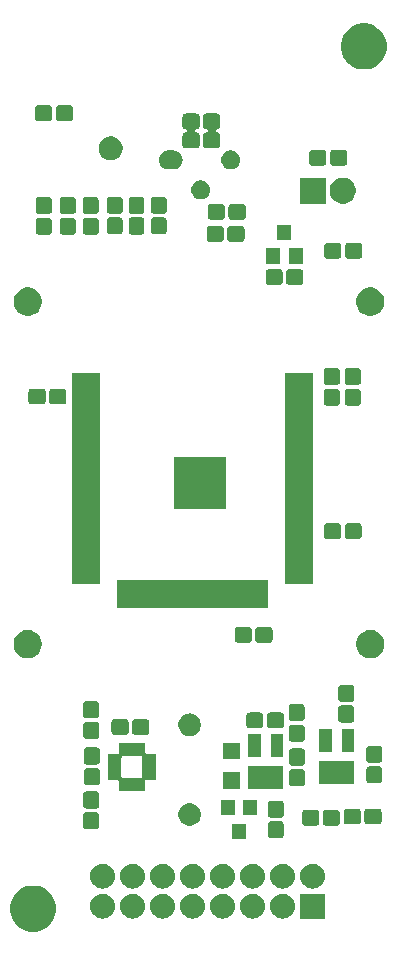
<source format=gbr>
G04 #@! TF.GenerationSoftware,KiCad,Pcbnew,6.0.0-rc1-unknown-2086226~66~ubuntu18.04.1*
G04 #@! TF.CreationDate,2018-11-28T13:28:41-06:00*
G04 #@! TF.ProjectId,liger,6c696765-722e-46b6-9963-61645f706362,rev?*
G04 #@! TF.SameCoordinates,Original*
G04 #@! TF.FileFunction,Soldermask,Bot*
G04 #@! TF.FilePolarity,Negative*
%FSLAX46Y46*%
G04 Gerber Fmt 4.6, Leading zero omitted, Abs format (unit mm)*
G04 Created by KiCad (PCBNEW 6.0.0-rc1-unknown-2086226~66~ubuntu18.04.1) date Wed 28 Nov 2018 01:28:41 PM CST*
%MOMM*%
%LPD*%
G01*
G04 APERTURE LIST*
%ADD10C,0.100000*%
G04 APERTURE END LIST*
D10*
G36*
X133568793Y-122924937D02*
X133923670Y-123071932D01*
X134243055Y-123285338D01*
X134514662Y-123556945D01*
X134728068Y-123876330D01*
X134875063Y-124231207D01*
X134950000Y-124607940D01*
X134950000Y-124992060D01*
X134875063Y-125368793D01*
X134728068Y-125723670D01*
X134514662Y-126043055D01*
X134243055Y-126314662D01*
X133923670Y-126528068D01*
X133568793Y-126675063D01*
X133192060Y-126750000D01*
X132807940Y-126750000D01*
X132431207Y-126675063D01*
X132076330Y-126528068D01*
X131756945Y-126314662D01*
X131485338Y-126043055D01*
X131271932Y-125723670D01*
X131124937Y-125368793D01*
X131050000Y-124992060D01*
X131050000Y-124607940D01*
X131124937Y-124231207D01*
X131271932Y-123876330D01*
X131485338Y-123556945D01*
X131756945Y-123285338D01*
X132076330Y-123071932D01*
X132431207Y-122924937D01*
X132807940Y-122850000D01*
X133192060Y-122850000D01*
X133568793Y-122924937D01*
X133568793Y-122924937D01*
G37*
G36*
X157717200Y-125637000D02*
X155617200Y-125637000D01*
X155617200Y-123537000D01*
X157717200Y-123537000D01*
X157717200Y-125637000D01*
X157717200Y-125637000D01*
G37*
G36*
X139015907Y-123544596D02*
X139093036Y-123552193D01*
X139224987Y-123592220D01*
X139290963Y-123612233D01*
X139473372Y-123709733D01*
X139633254Y-123840946D01*
X139764467Y-124000828D01*
X139861967Y-124183237D01*
X139861967Y-124183238D01*
X139922007Y-124381164D01*
X139942280Y-124587000D01*
X139922007Y-124792836D01*
X139881980Y-124924787D01*
X139861967Y-124990763D01*
X139764467Y-125173172D01*
X139633254Y-125333054D01*
X139473372Y-125464267D01*
X139290963Y-125561767D01*
X139224987Y-125581780D01*
X139093036Y-125621807D01*
X139015907Y-125629404D01*
X138938780Y-125637000D01*
X138835620Y-125637000D01*
X138758493Y-125629404D01*
X138681364Y-125621807D01*
X138549413Y-125581780D01*
X138483437Y-125561767D01*
X138301028Y-125464267D01*
X138141146Y-125333054D01*
X138009933Y-125173172D01*
X137912433Y-124990763D01*
X137892420Y-124924787D01*
X137852393Y-124792836D01*
X137832120Y-124587000D01*
X137852393Y-124381164D01*
X137912433Y-124183238D01*
X137912433Y-124183237D01*
X138009933Y-124000828D01*
X138141146Y-123840946D01*
X138301028Y-123709733D01*
X138483437Y-123612233D01*
X138549413Y-123592220D01*
X138681364Y-123552193D01*
X138758493Y-123544596D01*
X138835620Y-123537000D01*
X138938780Y-123537000D01*
X139015907Y-123544596D01*
X139015907Y-123544596D01*
G37*
G36*
X141555907Y-123544596D02*
X141633036Y-123552193D01*
X141764987Y-123592220D01*
X141830963Y-123612233D01*
X142013372Y-123709733D01*
X142173254Y-123840946D01*
X142304467Y-124000828D01*
X142401967Y-124183237D01*
X142401967Y-124183238D01*
X142462007Y-124381164D01*
X142482280Y-124587000D01*
X142462007Y-124792836D01*
X142421980Y-124924787D01*
X142401967Y-124990763D01*
X142304467Y-125173172D01*
X142173254Y-125333054D01*
X142013372Y-125464267D01*
X141830963Y-125561767D01*
X141764987Y-125581780D01*
X141633036Y-125621807D01*
X141555907Y-125629404D01*
X141478780Y-125637000D01*
X141375620Y-125637000D01*
X141298493Y-125629404D01*
X141221364Y-125621807D01*
X141089413Y-125581780D01*
X141023437Y-125561767D01*
X140841028Y-125464267D01*
X140681146Y-125333054D01*
X140549933Y-125173172D01*
X140452433Y-124990763D01*
X140432420Y-124924787D01*
X140392393Y-124792836D01*
X140372120Y-124587000D01*
X140392393Y-124381164D01*
X140452433Y-124183238D01*
X140452433Y-124183237D01*
X140549933Y-124000828D01*
X140681146Y-123840946D01*
X140841028Y-123709733D01*
X141023437Y-123612233D01*
X141089413Y-123592220D01*
X141221364Y-123552193D01*
X141298493Y-123544596D01*
X141375620Y-123537000D01*
X141478780Y-123537000D01*
X141555907Y-123544596D01*
X141555907Y-123544596D01*
G37*
G36*
X144095907Y-123544596D02*
X144173036Y-123552193D01*
X144304987Y-123592220D01*
X144370963Y-123612233D01*
X144553372Y-123709733D01*
X144713254Y-123840946D01*
X144844467Y-124000828D01*
X144941967Y-124183237D01*
X144941967Y-124183238D01*
X145002007Y-124381164D01*
X145022280Y-124587000D01*
X145002007Y-124792836D01*
X144961980Y-124924787D01*
X144941967Y-124990763D01*
X144844467Y-125173172D01*
X144713254Y-125333054D01*
X144553372Y-125464267D01*
X144370963Y-125561767D01*
X144304987Y-125581780D01*
X144173036Y-125621807D01*
X144095907Y-125629404D01*
X144018780Y-125637000D01*
X143915620Y-125637000D01*
X143838493Y-125629404D01*
X143761364Y-125621807D01*
X143629413Y-125581780D01*
X143563437Y-125561767D01*
X143381028Y-125464267D01*
X143221146Y-125333054D01*
X143089933Y-125173172D01*
X142992433Y-124990763D01*
X142972420Y-124924787D01*
X142932393Y-124792836D01*
X142912120Y-124587000D01*
X142932393Y-124381164D01*
X142992433Y-124183238D01*
X142992433Y-124183237D01*
X143089933Y-124000828D01*
X143221146Y-123840946D01*
X143381028Y-123709733D01*
X143563437Y-123612233D01*
X143629413Y-123592220D01*
X143761364Y-123552193D01*
X143838493Y-123544596D01*
X143915620Y-123537000D01*
X144018780Y-123537000D01*
X144095907Y-123544596D01*
X144095907Y-123544596D01*
G37*
G36*
X149175907Y-123544596D02*
X149253036Y-123552193D01*
X149384987Y-123592220D01*
X149450963Y-123612233D01*
X149633372Y-123709733D01*
X149793254Y-123840946D01*
X149924467Y-124000828D01*
X150021967Y-124183237D01*
X150021967Y-124183238D01*
X150082007Y-124381164D01*
X150102280Y-124587000D01*
X150082007Y-124792836D01*
X150041980Y-124924787D01*
X150021967Y-124990763D01*
X149924467Y-125173172D01*
X149793254Y-125333054D01*
X149633372Y-125464267D01*
X149450963Y-125561767D01*
X149384987Y-125581780D01*
X149253036Y-125621807D01*
X149175907Y-125629404D01*
X149098780Y-125637000D01*
X148995620Y-125637000D01*
X148918493Y-125629404D01*
X148841364Y-125621807D01*
X148709413Y-125581780D01*
X148643437Y-125561767D01*
X148461028Y-125464267D01*
X148301146Y-125333054D01*
X148169933Y-125173172D01*
X148072433Y-124990763D01*
X148052420Y-124924787D01*
X148012393Y-124792836D01*
X147992120Y-124587000D01*
X148012393Y-124381164D01*
X148072433Y-124183238D01*
X148072433Y-124183237D01*
X148169933Y-124000828D01*
X148301146Y-123840946D01*
X148461028Y-123709733D01*
X148643437Y-123612233D01*
X148709413Y-123592220D01*
X148841364Y-123552193D01*
X148918493Y-123544596D01*
X148995620Y-123537000D01*
X149098780Y-123537000D01*
X149175907Y-123544596D01*
X149175907Y-123544596D01*
G37*
G36*
X146635907Y-123544596D02*
X146713036Y-123552193D01*
X146844987Y-123592220D01*
X146910963Y-123612233D01*
X147093372Y-123709733D01*
X147253254Y-123840946D01*
X147384467Y-124000828D01*
X147481967Y-124183237D01*
X147481967Y-124183238D01*
X147542007Y-124381164D01*
X147562280Y-124587000D01*
X147542007Y-124792836D01*
X147501980Y-124924787D01*
X147481967Y-124990763D01*
X147384467Y-125173172D01*
X147253254Y-125333054D01*
X147093372Y-125464267D01*
X146910963Y-125561767D01*
X146844987Y-125581780D01*
X146713036Y-125621807D01*
X146635907Y-125629404D01*
X146558780Y-125637000D01*
X146455620Y-125637000D01*
X146378493Y-125629404D01*
X146301364Y-125621807D01*
X146169413Y-125581780D01*
X146103437Y-125561767D01*
X145921028Y-125464267D01*
X145761146Y-125333054D01*
X145629933Y-125173172D01*
X145532433Y-124990763D01*
X145512420Y-124924787D01*
X145472393Y-124792836D01*
X145452120Y-124587000D01*
X145472393Y-124381164D01*
X145532433Y-124183238D01*
X145532433Y-124183237D01*
X145629933Y-124000828D01*
X145761146Y-123840946D01*
X145921028Y-123709733D01*
X146103437Y-123612233D01*
X146169413Y-123592220D01*
X146301364Y-123552193D01*
X146378493Y-123544596D01*
X146455620Y-123537000D01*
X146558780Y-123537000D01*
X146635907Y-123544596D01*
X146635907Y-123544596D01*
G37*
G36*
X154255907Y-123544596D02*
X154333036Y-123552193D01*
X154464987Y-123592220D01*
X154530963Y-123612233D01*
X154713372Y-123709733D01*
X154873254Y-123840946D01*
X155004467Y-124000828D01*
X155101967Y-124183237D01*
X155101967Y-124183238D01*
X155162007Y-124381164D01*
X155182280Y-124587000D01*
X155162007Y-124792836D01*
X155121980Y-124924787D01*
X155101967Y-124990763D01*
X155004467Y-125173172D01*
X154873254Y-125333054D01*
X154713372Y-125464267D01*
X154530963Y-125561767D01*
X154464987Y-125581780D01*
X154333036Y-125621807D01*
X154255907Y-125629404D01*
X154178780Y-125637000D01*
X154075620Y-125637000D01*
X153998493Y-125629404D01*
X153921364Y-125621807D01*
X153789413Y-125581780D01*
X153723437Y-125561767D01*
X153541028Y-125464267D01*
X153381146Y-125333054D01*
X153249933Y-125173172D01*
X153152433Y-124990763D01*
X153132420Y-124924787D01*
X153092393Y-124792836D01*
X153072120Y-124587000D01*
X153092393Y-124381164D01*
X153152433Y-124183238D01*
X153152433Y-124183237D01*
X153249933Y-124000828D01*
X153381146Y-123840946D01*
X153541028Y-123709733D01*
X153723437Y-123612233D01*
X153789413Y-123592220D01*
X153921364Y-123552193D01*
X153998493Y-123544596D01*
X154075620Y-123537000D01*
X154178780Y-123537000D01*
X154255907Y-123544596D01*
X154255907Y-123544596D01*
G37*
G36*
X151715907Y-123544596D02*
X151793036Y-123552193D01*
X151924987Y-123592220D01*
X151990963Y-123612233D01*
X152173372Y-123709733D01*
X152333254Y-123840946D01*
X152464467Y-124000828D01*
X152561967Y-124183237D01*
X152561967Y-124183238D01*
X152622007Y-124381164D01*
X152642280Y-124587000D01*
X152622007Y-124792836D01*
X152581980Y-124924787D01*
X152561967Y-124990763D01*
X152464467Y-125173172D01*
X152333254Y-125333054D01*
X152173372Y-125464267D01*
X151990963Y-125561767D01*
X151924987Y-125581780D01*
X151793036Y-125621807D01*
X151715907Y-125629404D01*
X151638780Y-125637000D01*
X151535620Y-125637000D01*
X151458493Y-125629404D01*
X151381364Y-125621807D01*
X151249413Y-125581780D01*
X151183437Y-125561767D01*
X151001028Y-125464267D01*
X150841146Y-125333054D01*
X150709933Y-125173172D01*
X150612433Y-124990763D01*
X150592420Y-124924787D01*
X150552393Y-124792836D01*
X150532120Y-124587000D01*
X150552393Y-124381164D01*
X150612433Y-124183238D01*
X150612433Y-124183237D01*
X150709933Y-124000828D01*
X150841146Y-123840946D01*
X151001028Y-123709733D01*
X151183437Y-123612233D01*
X151249413Y-123592220D01*
X151381364Y-123552193D01*
X151458493Y-123544596D01*
X151535620Y-123537000D01*
X151638780Y-123537000D01*
X151715907Y-123544596D01*
X151715907Y-123544596D01*
G37*
G36*
X144095907Y-121004596D02*
X144173036Y-121012193D01*
X144304987Y-121052220D01*
X144370963Y-121072233D01*
X144553372Y-121169733D01*
X144713254Y-121300946D01*
X144844467Y-121460828D01*
X144941967Y-121643237D01*
X144941967Y-121643238D01*
X145002007Y-121841164D01*
X145022280Y-122047000D01*
X145002007Y-122252836D01*
X144961980Y-122384787D01*
X144941967Y-122450763D01*
X144844467Y-122633172D01*
X144713254Y-122793054D01*
X144553372Y-122924267D01*
X144370963Y-123021767D01*
X144304987Y-123041780D01*
X144173036Y-123081807D01*
X144095907Y-123089403D01*
X144018780Y-123097000D01*
X143915620Y-123097000D01*
X143838493Y-123089403D01*
X143761364Y-123081807D01*
X143629413Y-123041780D01*
X143563437Y-123021767D01*
X143381028Y-122924267D01*
X143221146Y-122793054D01*
X143089933Y-122633172D01*
X142992433Y-122450763D01*
X142972420Y-122384787D01*
X142932393Y-122252836D01*
X142912120Y-122047000D01*
X142932393Y-121841164D01*
X142992433Y-121643238D01*
X142992433Y-121643237D01*
X143089933Y-121460828D01*
X143221146Y-121300946D01*
X143381028Y-121169733D01*
X143563437Y-121072233D01*
X143629413Y-121052220D01*
X143761364Y-121012193D01*
X143838493Y-121004596D01*
X143915620Y-120997000D01*
X144018780Y-120997000D01*
X144095907Y-121004596D01*
X144095907Y-121004596D01*
G37*
G36*
X146635907Y-121004596D02*
X146713036Y-121012193D01*
X146844987Y-121052220D01*
X146910963Y-121072233D01*
X147093372Y-121169733D01*
X147253254Y-121300946D01*
X147384467Y-121460828D01*
X147481967Y-121643237D01*
X147481967Y-121643238D01*
X147542007Y-121841164D01*
X147562280Y-122047000D01*
X147542007Y-122252836D01*
X147501980Y-122384787D01*
X147481967Y-122450763D01*
X147384467Y-122633172D01*
X147253254Y-122793054D01*
X147093372Y-122924267D01*
X146910963Y-123021767D01*
X146844987Y-123041780D01*
X146713036Y-123081807D01*
X146635907Y-123089403D01*
X146558780Y-123097000D01*
X146455620Y-123097000D01*
X146378493Y-123089403D01*
X146301364Y-123081807D01*
X146169413Y-123041780D01*
X146103437Y-123021767D01*
X145921028Y-122924267D01*
X145761146Y-122793054D01*
X145629933Y-122633172D01*
X145532433Y-122450763D01*
X145512420Y-122384787D01*
X145472393Y-122252836D01*
X145452120Y-122047000D01*
X145472393Y-121841164D01*
X145532433Y-121643238D01*
X145532433Y-121643237D01*
X145629933Y-121460828D01*
X145761146Y-121300946D01*
X145921028Y-121169733D01*
X146103437Y-121072233D01*
X146169413Y-121052220D01*
X146301364Y-121012193D01*
X146378493Y-121004596D01*
X146455620Y-120997000D01*
X146558780Y-120997000D01*
X146635907Y-121004596D01*
X146635907Y-121004596D01*
G37*
G36*
X154255907Y-121004596D02*
X154333036Y-121012193D01*
X154464987Y-121052220D01*
X154530963Y-121072233D01*
X154713372Y-121169733D01*
X154873254Y-121300946D01*
X155004467Y-121460828D01*
X155101967Y-121643237D01*
X155101967Y-121643238D01*
X155162007Y-121841164D01*
X155182280Y-122047000D01*
X155162007Y-122252836D01*
X155121980Y-122384787D01*
X155101967Y-122450763D01*
X155004467Y-122633172D01*
X154873254Y-122793054D01*
X154713372Y-122924267D01*
X154530963Y-123021767D01*
X154464987Y-123041780D01*
X154333036Y-123081807D01*
X154255907Y-123089403D01*
X154178780Y-123097000D01*
X154075620Y-123097000D01*
X153998493Y-123089403D01*
X153921364Y-123081807D01*
X153789413Y-123041780D01*
X153723437Y-123021767D01*
X153541028Y-122924267D01*
X153381146Y-122793054D01*
X153249933Y-122633172D01*
X153152433Y-122450763D01*
X153132420Y-122384787D01*
X153092393Y-122252836D01*
X153072120Y-122047000D01*
X153092393Y-121841164D01*
X153152433Y-121643238D01*
X153152433Y-121643237D01*
X153249933Y-121460828D01*
X153381146Y-121300946D01*
X153541028Y-121169733D01*
X153723437Y-121072233D01*
X153789413Y-121052220D01*
X153921364Y-121012193D01*
X153998493Y-121004596D01*
X154075620Y-120997000D01*
X154178780Y-120997000D01*
X154255907Y-121004596D01*
X154255907Y-121004596D01*
G37*
G36*
X149175907Y-121004596D02*
X149253036Y-121012193D01*
X149384987Y-121052220D01*
X149450963Y-121072233D01*
X149633372Y-121169733D01*
X149793254Y-121300946D01*
X149924467Y-121460828D01*
X150021967Y-121643237D01*
X150021967Y-121643238D01*
X150082007Y-121841164D01*
X150102280Y-122047000D01*
X150082007Y-122252836D01*
X150041980Y-122384787D01*
X150021967Y-122450763D01*
X149924467Y-122633172D01*
X149793254Y-122793054D01*
X149633372Y-122924267D01*
X149450963Y-123021767D01*
X149384987Y-123041780D01*
X149253036Y-123081807D01*
X149175907Y-123089403D01*
X149098780Y-123097000D01*
X148995620Y-123097000D01*
X148918493Y-123089403D01*
X148841364Y-123081807D01*
X148709413Y-123041780D01*
X148643437Y-123021767D01*
X148461028Y-122924267D01*
X148301146Y-122793054D01*
X148169933Y-122633172D01*
X148072433Y-122450763D01*
X148052420Y-122384787D01*
X148012393Y-122252836D01*
X147992120Y-122047000D01*
X148012393Y-121841164D01*
X148072433Y-121643238D01*
X148072433Y-121643237D01*
X148169933Y-121460828D01*
X148301146Y-121300946D01*
X148461028Y-121169733D01*
X148643437Y-121072233D01*
X148709413Y-121052220D01*
X148841364Y-121012193D01*
X148918493Y-121004596D01*
X148995620Y-120997000D01*
X149098780Y-120997000D01*
X149175907Y-121004596D01*
X149175907Y-121004596D01*
G37*
G36*
X156795907Y-121004596D02*
X156873036Y-121012193D01*
X157004987Y-121052220D01*
X157070963Y-121072233D01*
X157253372Y-121169733D01*
X157413254Y-121300946D01*
X157544467Y-121460828D01*
X157641967Y-121643237D01*
X157641967Y-121643238D01*
X157702007Y-121841164D01*
X157722280Y-122047000D01*
X157702007Y-122252836D01*
X157661980Y-122384787D01*
X157641967Y-122450763D01*
X157544467Y-122633172D01*
X157413254Y-122793054D01*
X157253372Y-122924267D01*
X157070963Y-123021767D01*
X157004987Y-123041780D01*
X156873036Y-123081807D01*
X156795907Y-123089403D01*
X156718780Y-123097000D01*
X156615620Y-123097000D01*
X156538493Y-123089403D01*
X156461364Y-123081807D01*
X156329413Y-123041780D01*
X156263437Y-123021767D01*
X156081028Y-122924267D01*
X155921146Y-122793054D01*
X155789933Y-122633172D01*
X155692433Y-122450763D01*
X155672420Y-122384787D01*
X155632393Y-122252836D01*
X155612120Y-122047000D01*
X155632393Y-121841164D01*
X155692433Y-121643238D01*
X155692433Y-121643237D01*
X155789933Y-121460828D01*
X155921146Y-121300946D01*
X156081028Y-121169733D01*
X156263437Y-121072233D01*
X156329413Y-121052220D01*
X156461364Y-121012193D01*
X156538493Y-121004596D01*
X156615620Y-120997000D01*
X156718780Y-120997000D01*
X156795907Y-121004596D01*
X156795907Y-121004596D01*
G37*
G36*
X151715907Y-121004596D02*
X151793036Y-121012193D01*
X151924987Y-121052220D01*
X151990963Y-121072233D01*
X152173372Y-121169733D01*
X152333254Y-121300946D01*
X152464467Y-121460828D01*
X152561967Y-121643237D01*
X152561967Y-121643238D01*
X152622007Y-121841164D01*
X152642280Y-122047000D01*
X152622007Y-122252836D01*
X152581980Y-122384787D01*
X152561967Y-122450763D01*
X152464467Y-122633172D01*
X152333254Y-122793054D01*
X152173372Y-122924267D01*
X151990963Y-123021767D01*
X151924987Y-123041780D01*
X151793036Y-123081807D01*
X151715907Y-123089403D01*
X151638780Y-123097000D01*
X151535620Y-123097000D01*
X151458493Y-123089403D01*
X151381364Y-123081807D01*
X151249413Y-123041780D01*
X151183437Y-123021767D01*
X151001028Y-122924267D01*
X150841146Y-122793054D01*
X150709933Y-122633172D01*
X150612433Y-122450763D01*
X150592420Y-122384787D01*
X150552393Y-122252836D01*
X150532120Y-122047000D01*
X150552393Y-121841164D01*
X150612433Y-121643238D01*
X150612433Y-121643237D01*
X150709933Y-121460828D01*
X150841146Y-121300946D01*
X151001028Y-121169733D01*
X151183437Y-121072233D01*
X151249413Y-121052220D01*
X151381364Y-121012193D01*
X151458493Y-121004596D01*
X151535620Y-120997000D01*
X151638780Y-120997000D01*
X151715907Y-121004596D01*
X151715907Y-121004596D01*
G37*
G36*
X141555907Y-121004596D02*
X141633036Y-121012193D01*
X141764987Y-121052220D01*
X141830963Y-121072233D01*
X142013372Y-121169733D01*
X142173254Y-121300946D01*
X142304467Y-121460828D01*
X142401967Y-121643237D01*
X142401967Y-121643238D01*
X142462007Y-121841164D01*
X142482280Y-122047000D01*
X142462007Y-122252836D01*
X142421980Y-122384787D01*
X142401967Y-122450763D01*
X142304467Y-122633172D01*
X142173254Y-122793054D01*
X142013372Y-122924267D01*
X141830963Y-123021767D01*
X141764987Y-123041780D01*
X141633036Y-123081807D01*
X141555907Y-123089403D01*
X141478780Y-123097000D01*
X141375620Y-123097000D01*
X141298493Y-123089403D01*
X141221364Y-123081807D01*
X141089413Y-123041780D01*
X141023437Y-123021767D01*
X140841028Y-122924267D01*
X140681146Y-122793054D01*
X140549933Y-122633172D01*
X140452433Y-122450763D01*
X140432420Y-122384787D01*
X140392393Y-122252836D01*
X140372120Y-122047000D01*
X140392393Y-121841164D01*
X140452433Y-121643238D01*
X140452433Y-121643237D01*
X140549933Y-121460828D01*
X140681146Y-121300946D01*
X140841028Y-121169733D01*
X141023437Y-121072233D01*
X141089413Y-121052220D01*
X141221364Y-121012193D01*
X141298493Y-121004596D01*
X141375620Y-120997000D01*
X141478780Y-120997000D01*
X141555907Y-121004596D01*
X141555907Y-121004596D01*
G37*
G36*
X139015907Y-121004596D02*
X139093036Y-121012193D01*
X139224987Y-121052220D01*
X139290963Y-121072233D01*
X139473372Y-121169733D01*
X139633254Y-121300946D01*
X139764467Y-121460828D01*
X139861967Y-121643237D01*
X139861967Y-121643238D01*
X139922007Y-121841164D01*
X139942280Y-122047000D01*
X139922007Y-122252836D01*
X139881980Y-122384787D01*
X139861967Y-122450763D01*
X139764467Y-122633172D01*
X139633254Y-122793054D01*
X139473372Y-122924267D01*
X139290963Y-123021767D01*
X139224987Y-123041780D01*
X139093036Y-123081807D01*
X139015907Y-123089403D01*
X138938780Y-123097000D01*
X138835620Y-123097000D01*
X138758493Y-123089403D01*
X138681364Y-123081807D01*
X138549413Y-123041780D01*
X138483437Y-123021767D01*
X138301028Y-122924267D01*
X138141146Y-122793054D01*
X138009933Y-122633172D01*
X137912433Y-122450763D01*
X137892420Y-122384787D01*
X137852393Y-122252836D01*
X137832120Y-122047000D01*
X137852393Y-121841164D01*
X137912433Y-121643238D01*
X137912433Y-121643237D01*
X138009933Y-121460828D01*
X138141146Y-121300946D01*
X138301028Y-121169733D01*
X138483437Y-121072233D01*
X138549413Y-121052220D01*
X138681364Y-121012193D01*
X138758493Y-121004596D01*
X138835620Y-120997000D01*
X138938780Y-120997000D01*
X139015907Y-121004596D01*
X139015907Y-121004596D01*
G37*
G36*
X151018800Y-118896400D02*
X149818800Y-118896400D01*
X149818800Y-117596400D01*
X151018800Y-117596400D01*
X151018800Y-118896400D01*
X151018800Y-118896400D01*
G37*
G36*
X153996530Y-117402277D02*
X154048010Y-117417893D01*
X154095442Y-117443246D01*
X154137027Y-117477373D01*
X154171154Y-117518958D01*
X154196507Y-117566390D01*
X154212123Y-117617870D01*
X154218000Y-117677540D01*
X154218000Y-118565260D01*
X154212123Y-118624930D01*
X154196507Y-118676410D01*
X154171154Y-118723842D01*
X154137027Y-118765427D01*
X154095442Y-118799554D01*
X154048010Y-118824907D01*
X153996530Y-118840523D01*
X153936860Y-118846400D01*
X153149140Y-118846400D01*
X153089470Y-118840523D01*
X153037990Y-118824907D01*
X152990558Y-118799554D01*
X152948973Y-118765427D01*
X152914846Y-118723842D01*
X152889493Y-118676410D01*
X152873877Y-118624930D01*
X152868000Y-118565260D01*
X152868000Y-117677540D01*
X152873877Y-117617870D01*
X152889493Y-117566390D01*
X152914846Y-117518958D01*
X152948973Y-117477373D01*
X152990558Y-117443246D01*
X153037990Y-117417893D01*
X153089470Y-117402277D01*
X153149140Y-117396400D01*
X153936860Y-117396400D01*
X153996530Y-117402277D01*
X153996530Y-117402277D01*
G37*
G36*
X138375530Y-116628877D02*
X138427010Y-116644493D01*
X138474442Y-116669846D01*
X138516027Y-116703973D01*
X138550154Y-116745558D01*
X138575507Y-116792990D01*
X138591123Y-116844470D01*
X138597000Y-116904140D01*
X138597000Y-117791860D01*
X138591123Y-117851530D01*
X138575507Y-117903010D01*
X138550154Y-117950442D01*
X138516027Y-117992027D01*
X138474442Y-118026154D01*
X138427010Y-118051507D01*
X138375530Y-118067123D01*
X138315860Y-118073000D01*
X137528140Y-118073000D01*
X137468470Y-118067123D01*
X137416990Y-118051507D01*
X137369558Y-118026154D01*
X137327973Y-117992027D01*
X137293846Y-117950442D01*
X137268493Y-117903010D01*
X137252877Y-117851530D01*
X137247000Y-117791860D01*
X137247000Y-116904140D01*
X137252877Y-116844470D01*
X137268493Y-116792990D01*
X137293846Y-116745558D01*
X137327973Y-116703973D01*
X137369558Y-116669846D01*
X137416990Y-116644493D01*
X137468470Y-116628877D01*
X137528140Y-116623000D01*
X138315860Y-116623000D01*
X138375530Y-116628877D01*
X138375530Y-116628877D01*
G37*
G36*
X146392652Y-115887527D02*
X146530305Y-115914908D01*
X146703194Y-115986521D01*
X146858790Y-116090487D01*
X146991113Y-116222810D01*
X147095079Y-116378406D01*
X147166692Y-116551295D01*
X147203200Y-116734833D01*
X147203200Y-116921967D01*
X147166692Y-117105505D01*
X147095079Y-117278394D01*
X146991113Y-117433990D01*
X146858790Y-117566313D01*
X146703194Y-117670279D01*
X146530305Y-117741892D01*
X146394024Y-117769000D01*
X146346768Y-117778400D01*
X146159632Y-117778400D01*
X146112376Y-117769000D01*
X145976095Y-117741892D01*
X145803206Y-117670279D01*
X145647610Y-117566313D01*
X145515287Y-117433990D01*
X145411321Y-117278394D01*
X145339708Y-117105505D01*
X145303200Y-116921967D01*
X145303200Y-116734833D01*
X145339708Y-116551295D01*
X145411321Y-116378406D01*
X145515287Y-116222810D01*
X145647610Y-116090487D01*
X145803206Y-115986521D01*
X145976095Y-115914908D01*
X146113748Y-115887527D01*
X146159632Y-115878400D01*
X146346768Y-115878400D01*
X146392652Y-115887527D01*
X146392652Y-115887527D01*
G37*
G36*
X156995530Y-116424877D02*
X157047010Y-116440493D01*
X157094442Y-116465846D01*
X157136027Y-116499973D01*
X157170154Y-116541558D01*
X157195507Y-116588990D01*
X157211123Y-116640470D01*
X157217000Y-116700140D01*
X157217000Y-117487860D01*
X157211123Y-117547530D01*
X157195507Y-117599010D01*
X157170154Y-117646442D01*
X157136027Y-117688027D01*
X157094442Y-117722154D01*
X157047010Y-117747507D01*
X156995530Y-117763123D01*
X156935860Y-117769000D01*
X156048140Y-117769000D01*
X155988470Y-117763123D01*
X155936990Y-117747507D01*
X155889558Y-117722154D01*
X155847973Y-117688027D01*
X155813846Y-117646442D01*
X155788493Y-117599010D01*
X155772877Y-117547530D01*
X155767000Y-117487860D01*
X155767000Y-116700140D01*
X155772877Y-116640470D01*
X155788493Y-116588990D01*
X155813846Y-116541558D01*
X155847973Y-116499973D01*
X155889558Y-116465846D01*
X155936990Y-116440493D01*
X155988470Y-116424877D01*
X156048140Y-116419000D01*
X156935860Y-116419000D01*
X156995530Y-116424877D01*
X156995530Y-116424877D01*
G37*
G36*
X158745530Y-116424877D02*
X158797010Y-116440493D01*
X158844442Y-116465846D01*
X158886027Y-116499973D01*
X158920154Y-116541558D01*
X158945507Y-116588990D01*
X158961123Y-116640470D01*
X158967000Y-116700140D01*
X158967000Y-117487860D01*
X158961123Y-117547530D01*
X158945507Y-117599010D01*
X158920154Y-117646442D01*
X158886027Y-117688027D01*
X158844442Y-117722154D01*
X158797010Y-117747507D01*
X158745530Y-117763123D01*
X158685860Y-117769000D01*
X157798140Y-117769000D01*
X157738470Y-117763123D01*
X157686990Y-117747507D01*
X157639558Y-117722154D01*
X157597973Y-117688027D01*
X157563846Y-117646442D01*
X157538493Y-117599010D01*
X157522877Y-117547530D01*
X157517000Y-117487860D01*
X157517000Y-116700140D01*
X157522877Y-116640470D01*
X157538493Y-116588990D01*
X157563846Y-116541558D01*
X157597973Y-116499973D01*
X157639558Y-116465846D01*
X157686990Y-116440493D01*
X157738470Y-116424877D01*
X157798140Y-116419000D01*
X158685860Y-116419000D01*
X158745530Y-116424877D01*
X158745530Y-116424877D01*
G37*
G36*
X160528530Y-116330877D02*
X160580010Y-116346493D01*
X160627442Y-116371846D01*
X160669027Y-116405973D01*
X160703154Y-116447558D01*
X160728507Y-116494990D01*
X160744123Y-116546470D01*
X160750000Y-116606140D01*
X160750000Y-117393860D01*
X160744123Y-117453530D01*
X160728507Y-117505010D01*
X160703154Y-117552442D01*
X160669027Y-117594027D01*
X160627442Y-117628154D01*
X160580010Y-117653507D01*
X160528530Y-117669123D01*
X160468860Y-117675000D01*
X159581140Y-117675000D01*
X159521470Y-117669123D01*
X159469990Y-117653507D01*
X159422558Y-117628154D01*
X159380973Y-117594027D01*
X159346846Y-117552442D01*
X159321493Y-117505010D01*
X159305877Y-117453530D01*
X159300000Y-117393860D01*
X159300000Y-116606140D01*
X159305877Y-116546470D01*
X159321493Y-116494990D01*
X159346846Y-116447558D01*
X159380973Y-116405973D01*
X159422558Y-116371846D01*
X159469990Y-116346493D01*
X159521470Y-116330877D01*
X159581140Y-116325000D01*
X160468860Y-116325000D01*
X160528530Y-116330877D01*
X160528530Y-116330877D01*
G37*
G36*
X162278530Y-116330877D02*
X162330010Y-116346493D01*
X162377442Y-116371846D01*
X162419027Y-116405973D01*
X162453154Y-116447558D01*
X162478507Y-116494990D01*
X162494123Y-116546470D01*
X162500000Y-116606140D01*
X162500000Y-117393860D01*
X162494123Y-117453530D01*
X162478507Y-117505010D01*
X162453154Y-117552442D01*
X162419027Y-117594027D01*
X162377442Y-117628154D01*
X162330010Y-117653507D01*
X162278530Y-117669123D01*
X162218860Y-117675000D01*
X161331140Y-117675000D01*
X161271470Y-117669123D01*
X161219990Y-117653507D01*
X161172558Y-117628154D01*
X161130973Y-117594027D01*
X161096846Y-117552442D01*
X161071493Y-117505010D01*
X161055877Y-117453530D01*
X161050000Y-117393860D01*
X161050000Y-116606140D01*
X161055877Y-116546470D01*
X161071493Y-116494990D01*
X161096846Y-116447558D01*
X161130973Y-116405973D01*
X161172558Y-116371846D01*
X161219990Y-116346493D01*
X161271470Y-116330877D01*
X161331140Y-116325000D01*
X162218860Y-116325000D01*
X162278530Y-116330877D01*
X162278530Y-116330877D01*
G37*
G36*
X153996530Y-115652277D02*
X154048010Y-115667893D01*
X154095442Y-115693246D01*
X154137027Y-115727373D01*
X154171154Y-115768958D01*
X154196507Y-115816390D01*
X154212123Y-115867870D01*
X154218000Y-115927540D01*
X154218000Y-116815260D01*
X154212123Y-116874930D01*
X154196507Y-116926410D01*
X154171154Y-116973842D01*
X154137027Y-117015427D01*
X154095442Y-117049554D01*
X154048010Y-117074907D01*
X153996530Y-117090523D01*
X153936860Y-117096400D01*
X153149140Y-117096400D01*
X153089470Y-117090523D01*
X153037990Y-117074907D01*
X152990558Y-117049554D01*
X152948973Y-117015427D01*
X152914846Y-116973842D01*
X152889493Y-116926410D01*
X152873877Y-116874930D01*
X152868000Y-116815260D01*
X152868000Y-115927540D01*
X152873877Y-115867870D01*
X152889493Y-115816390D01*
X152914846Y-115768958D01*
X152948973Y-115727373D01*
X152990558Y-115693246D01*
X153037990Y-115667893D01*
X153089470Y-115652277D01*
X153149140Y-115646400D01*
X153936860Y-115646400D01*
X153996530Y-115652277D01*
X153996530Y-115652277D01*
G37*
G36*
X150068800Y-116896400D02*
X148868800Y-116896400D01*
X148868800Y-115596400D01*
X150068800Y-115596400D01*
X150068800Y-116896400D01*
X150068800Y-116896400D01*
G37*
G36*
X151968800Y-116896400D02*
X150768800Y-116896400D01*
X150768800Y-115596400D01*
X151968800Y-115596400D01*
X151968800Y-116896400D01*
X151968800Y-116896400D01*
G37*
G36*
X138375530Y-114878877D02*
X138427010Y-114894493D01*
X138474442Y-114919846D01*
X138516027Y-114953973D01*
X138550154Y-114995558D01*
X138575507Y-115042990D01*
X138591123Y-115094470D01*
X138597000Y-115154140D01*
X138597000Y-116041860D01*
X138591123Y-116101530D01*
X138575507Y-116153010D01*
X138550154Y-116200442D01*
X138516027Y-116242027D01*
X138474442Y-116276154D01*
X138427010Y-116301507D01*
X138375530Y-116317123D01*
X138315860Y-116323000D01*
X137528140Y-116323000D01*
X137468470Y-116317123D01*
X137416990Y-116301507D01*
X137369558Y-116276154D01*
X137327973Y-116242027D01*
X137293846Y-116200442D01*
X137268493Y-116153010D01*
X137252877Y-116101530D01*
X137247000Y-116041860D01*
X137247000Y-115154140D01*
X137252877Y-115094470D01*
X137268493Y-115042990D01*
X137293846Y-114995558D01*
X137327973Y-114953973D01*
X137369558Y-114919846D01*
X137416990Y-114894493D01*
X137468470Y-114878877D01*
X137528140Y-114873000D01*
X138315860Y-114873000D01*
X138375530Y-114878877D01*
X138375530Y-114878877D01*
G37*
G36*
X142481000Y-111558400D02*
X142483402Y-111582786D01*
X142490515Y-111606235D01*
X142502066Y-111627846D01*
X142517612Y-111646788D01*
X142536554Y-111662334D01*
X142558165Y-111673885D01*
X142581614Y-111680998D01*
X142606000Y-111683400D01*
X143406000Y-111683400D01*
X143406000Y-113883400D01*
X142606000Y-113883400D01*
X142581614Y-113885802D01*
X142558165Y-113892915D01*
X142536554Y-113904466D01*
X142517612Y-113920012D01*
X142502066Y-113938954D01*
X142490515Y-113960565D01*
X142483402Y-113984014D01*
X142481000Y-114008400D01*
X142481000Y-114868400D01*
X140281000Y-114868400D01*
X140281000Y-114048400D01*
X140278598Y-114024014D01*
X140271485Y-114000565D01*
X140259934Y-113978954D01*
X140244388Y-113960012D01*
X140225446Y-113944466D01*
X140203835Y-113932915D01*
X140180386Y-113925802D01*
X140156000Y-113923400D01*
X139336000Y-113923400D01*
X139336000Y-112013400D01*
X140486000Y-112013400D01*
X140486000Y-113593400D01*
X140488402Y-113617786D01*
X140495515Y-113641235D01*
X140507066Y-113662846D01*
X140522612Y-113681788D01*
X140541554Y-113697334D01*
X140563165Y-113708885D01*
X140586614Y-113715998D01*
X140611000Y-113718400D01*
X142131000Y-113718400D01*
X142155386Y-113715998D01*
X142178835Y-113708885D01*
X142200446Y-113697334D01*
X142219388Y-113681788D01*
X142234934Y-113662846D01*
X142246485Y-113641235D01*
X142253598Y-113617786D01*
X142256000Y-113593400D01*
X142256000Y-112013400D01*
X142253598Y-111989014D01*
X142246485Y-111965565D01*
X142234934Y-111943954D01*
X142219388Y-111925012D01*
X142200446Y-111909466D01*
X142178835Y-111897915D01*
X142155386Y-111890802D01*
X142131000Y-111888400D01*
X140611000Y-111888400D01*
X140586614Y-111890802D01*
X140563165Y-111897915D01*
X140541554Y-111909466D01*
X140522612Y-111925012D01*
X140507066Y-111943954D01*
X140495515Y-111965565D01*
X140488402Y-111989014D01*
X140486000Y-112013400D01*
X139336000Y-112013400D01*
X139336000Y-111723400D01*
X140156000Y-111723400D01*
X140180386Y-111720998D01*
X140203835Y-111713885D01*
X140225446Y-111702334D01*
X140244388Y-111686788D01*
X140259934Y-111667846D01*
X140271485Y-111646235D01*
X140278598Y-111622786D01*
X140281000Y-111598400D01*
X140281000Y-110738400D01*
X142481000Y-110738400D01*
X142481000Y-111558400D01*
X142481000Y-111558400D01*
G37*
G36*
X154158200Y-114674200D02*
X151208200Y-114674200D01*
X151208200Y-112714200D01*
X154158200Y-112714200D01*
X154158200Y-114674200D01*
X154158200Y-114674200D01*
G37*
G36*
X150483800Y-114649800D02*
X149083800Y-114649800D01*
X149083800Y-113249800D01*
X150483800Y-113249800D01*
X150483800Y-114649800D01*
X150483800Y-114649800D01*
G37*
G36*
X155799930Y-112994077D02*
X155851410Y-113009693D01*
X155898842Y-113035046D01*
X155940427Y-113069173D01*
X155974554Y-113110758D01*
X155999907Y-113158190D01*
X156015523Y-113209670D01*
X156021400Y-113269340D01*
X156021400Y-114157060D01*
X156015523Y-114216730D01*
X155999907Y-114268210D01*
X155974554Y-114315642D01*
X155940427Y-114357227D01*
X155898842Y-114391354D01*
X155851410Y-114416707D01*
X155799930Y-114432323D01*
X155740260Y-114438200D01*
X154952540Y-114438200D01*
X154892870Y-114432323D01*
X154841390Y-114416707D01*
X154793958Y-114391354D01*
X154752373Y-114357227D01*
X154718246Y-114315642D01*
X154692893Y-114268210D01*
X154677277Y-114216730D01*
X154671400Y-114157060D01*
X154671400Y-113269340D01*
X154677277Y-113209670D01*
X154692893Y-113158190D01*
X154718246Y-113110758D01*
X154752373Y-113069173D01*
X154793958Y-113035046D01*
X154841390Y-113009693D01*
X154892870Y-112994077D01*
X154952540Y-112988200D01*
X155740260Y-112988200D01*
X155799930Y-112994077D01*
X155799930Y-112994077D01*
G37*
G36*
X138426330Y-112906477D02*
X138477810Y-112922093D01*
X138525242Y-112947446D01*
X138566827Y-112981573D01*
X138600954Y-113023158D01*
X138626307Y-113070590D01*
X138641923Y-113122070D01*
X138647800Y-113181740D01*
X138647800Y-114069460D01*
X138641923Y-114129130D01*
X138626307Y-114180610D01*
X138600954Y-114228042D01*
X138566827Y-114269627D01*
X138525242Y-114303754D01*
X138477810Y-114329107D01*
X138426330Y-114344723D01*
X138366660Y-114350600D01*
X137578940Y-114350600D01*
X137519270Y-114344723D01*
X137467790Y-114329107D01*
X137420358Y-114303754D01*
X137378773Y-114269627D01*
X137344646Y-114228042D01*
X137319293Y-114180610D01*
X137303677Y-114129130D01*
X137297800Y-114069460D01*
X137297800Y-113181740D01*
X137303677Y-113122070D01*
X137319293Y-113070590D01*
X137344646Y-113023158D01*
X137378773Y-112981573D01*
X137420358Y-112947446D01*
X137467790Y-112922093D01*
X137519270Y-112906477D01*
X137578940Y-112900600D01*
X138366660Y-112900600D01*
X138426330Y-112906477D01*
X138426330Y-112906477D01*
G37*
G36*
X160199600Y-114238600D02*
X157249600Y-114238600D01*
X157249600Y-112278600D01*
X160199600Y-112278600D01*
X160199600Y-114238600D01*
X160199600Y-114238600D01*
G37*
G36*
X162339130Y-112754077D02*
X162390610Y-112769693D01*
X162438042Y-112795046D01*
X162479627Y-112829173D01*
X162513754Y-112870758D01*
X162539107Y-112918190D01*
X162554723Y-112969670D01*
X162560600Y-113029340D01*
X162560600Y-113917060D01*
X162554723Y-113976730D01*
X162539107Y-114028210D01*
X162513754Y-114075642D01*
X162479627Y-114117227D01*
X162438042Y-114151354D01*
X162390610Y-114176707D01*
X162339130Y-114192323D01*
X162279460Y-114198200D01*
X161491740Y-114198200D01*
X161432070Y-114192323D01*
X161380590Y-114176707D01*
X161333158Y-114151354D01*
X161291573Y-114117227D01*
X161257446Y-114075642D01*
X161232093Y-114028210D01*
X161216477Y-113976730D01*
X161210600Y-113917060D01*
X161210600Y-113029340D01*
X161216477Y-112969670D01*
X161232093Y-112918190D01*
X161257446Y-112870758D01*
X161291573Y-112829173D01*
X161333158Y-112795046D01*
X161380590Y-112769693D01*
X161432070Y-112754077D01*
X161491740Y-112748200D01*
X162279460Y-112748200D01*
X162339130Y-112754077D01*
X162339130Y-112754077D01*
G37*
G36*
X155799930Y-111244077D02*
X155851410Y-111259693D01*
X155898842Y-111285046D01*
X155940427Y-111319173D01*
X155974554Y-111360758D01*
X155999907Y-111408190D01*
X156015523Y-111459670D01*
X156021400Y-111519340D01*
X156021400Y-112407060D01*
X156015523Y-112466730D01*
X155999907Y-112518210D01*
X155974554Y-112565642D01*
X155940427Y-112607227D01*
X155898842Y-112641354D01*
X155851410Y-112666707D01*
X155799930Y-112682323D01*
X155740260Y-112688200D01*
X154952540Y-112688200D01*
X154892870Y-112682323D01*
X154841390Y-112666707D01*
X154793958Y-112641354D01*
X154752373Y-112607227D01*
X154718246Y-112565642D01*
X154692893Y-112518210D01*
X154677277Y-112466730D01*
X154671400Y-112407060D01*
X154671400Y-111519340D01*
X154677277Y-111459670D01*
X154692893Y-111408190D01*
X154718246Y-111360758D01*
X154752373Y-111319173D01*
X154793958Y-111285046D01*
X154841390Y-111259693D01*
X154892870Y-111244077D01*
X154952540Y-111238200D01*
X155740260Y-111238200D01*
X155799930Y-111244077D01*
X155799930Y-111244077D01*
G37*
G36*
X138426330Y-111156477D02*
X138477810Y-111172093D01*
X138525242Y-111197446D01*
X138566827Y-111231573D01*
X138600954Y-111273158D01*
X138626307Y-111320590D01*
X138641923Y-111372070D01*
X138647800Y-111431740D01*
X138647800Y-112319460D01*
X138641923Y-112379130D01*
X138626307Y-112430610D01*
X138600954Y-112478042D01*
X138566827Y-112519627D01*
X138525242Y-112553754D01*
X138477810Y-112579107D01*
X138426330Y-112594723D01*
X138366660Y-112600600D01*
X137578940Y-112600600D01*
X137519270Y-112594723D01*
X137467790Y-112579107D01*
X137420358Y-112553754D01*
X137378773Y-112519627D01*
X137344646Y-112478042D01*
X137319293Y-112430610D01*
X137303677Y-112379130D01*
X137297800Y-112319460D01*
X137297800Y-111431740D01*
X137303677Y-111372070D01*
X137319293Y-111320590D01*
X137344646Y-111273158D01*
X137378773Y-111231573D01*
X137420358Y-111197446D01*
X137467790Y-111172093D01*
X137519270Y-111156477D01*
X137578940Y-111150600D01*
X138366660Y-111150600D01*
X138426330Y-111156477D01*
X138426330Y-111156477D01*
G37*
G36*
X162339130Y-111004077D02*
X162390610Y-111019693D01*
X162438042Y-111045046D01*
X162479627Y-111079173D01*
X162513754Y-111120758D01*
X162539107Y-111168190D01*
X162554723Y-111219670D01*
X162560600Y-111279340D01*
X162560600Y-112167060D01*
X162554723Y-112226730D01*
X162539107Y-112278210D01*
X162513754Y-112325642D01*
X162479627Y-112367227D01*
X162438042Y-112401354D01*
X162390610Y-112426707D01*
X162339130Y-112442323D01*
X162279460Y-112448200D01*
X161491740Y-112448200D01*
X161432070Y-112442323D01*
X161380590Y-112426707D01*
X161333158Y-112401354D01*
X161291573Y-112367227D01*
X161257446Y-112325642D01*
X161232093Y-112278210D01*
X161216477Y-112226730D01*
X161210600Y-112167060D01*
X161210600Y-111279340D01*
X161216477Y-111219670D01*
X161232093Y-111168190D01*
X161257446Y-111120758D01*
X161291573Y-111079173D01*
X161333158Y-111045046D01*
X161380590Y-111019693D01*
X161432070Y-111004077D01*
X161491740Y-110998200D01*
X162279460Y-110998200D01*
X162339130Y-111004077D01*
X162339130Y-111004077D01*
G37*
G36*
X150483800Y-112149800D02*
X149083800Y-112149800D01*
X149083800Y-110749800D01*
X150483800Y-110749800D01*
X150483800Y-112149800D01*
X150483800Y-112149800D01*
G37*
G36*
X152258200Y-111974200D02*
X151208200Y-111974200D01*
X151208200Y-110014200D01*
X152258200Y-110014200D01*
X152258200Y-111974200D01*
X152258200Y-111974200D01*
G37*
G36*
X154158200Y-111974200D02*
X153108200Y-111974200D01*
X153108200Y-110014200D01*
X154158200Y-110014200D01*
X154158200Y-111974200D01*
X154158200Y-111974200D01*
G37*
G36*
X158299600Y-111538600D02*
X157249600Y-111538600D01*
X157249600Y-109578600D01*
X158299600Y-109578600D01*
X158299600Y-111538600D01*
X158299600Y-111538600D01*
G37*
G36*
X160199600Y-111538600D02*
X159149600Y-111538600D01*
X159149600Y-109578600D01*
X160199600Y-109578600D01*
X160199600Y-111538600D01*
X160199600Y-111538600D01*
G37*
G36*
X155774530Y-109223477D02*
X155826010Y-109239093D01*
X155873442Y-109264446D01*
X155915027Y-109298573D01*
X155949154Y-109340158D01*
X155974507Y-109387590D01*
X155990123Y-109439070D01*
X155996000Y-109498740D01*
X155996000Y-110386460D01*
X155990123Y-110446130D01*
X155974507Y-110497610D01*
X155949154Y-110545042D01*
X155915027Y-110586627D01*
X155873442Y-110620754D01*
X155826010Y-110646107D01*
X155774530Y-110661723D01*
X155714860Y-110667600D01*
X154927140Y-110667600D01*
X154867470Y-110661723D01*
X154815990Y-110646107D01*
X154768558Y-110620754D01*
X154726973Y-110586627D01*
X154692846Y-110545042D01*
X154667493Y-110497610D01*
X154651877Y-110446130D01*
X154646000Y-110386460D01*
X154646000Y-109498740D01*
X154651877Y-109439070D01*
X154667493Y-109387590D01*
X154692846Y-109340158D01*
X154726973Y-109298573D01*
X154768558Y-109264446D01*
X154815990Y-109239093D01*
X154867470Y-109223477D01*
X154927140Y-109217600D01*
X155714860Y-109217600D01*
X155774530Y-109223477D01*
X155774530Y-109223477D01*
G37*
G36*
X138375530Y-108980877D02*
X138427010Y-108996493D01*
X138474442Y-109021846D01*
X138516027Y-109055973D01*
X138550154Y-109097558D01*
X138575507Y-109144990D01*
X138591123Y-109196470D01*
X138597000Y-109256140D01*
X138597000Y-110143860D01*
X138591123Y-110203530D01*
X138575507Y-110255010D01*
X138550154Y-110302442D01*
X138516027Y-110344027D01*
X138474442Y-110378154D01*
X138427010Y-110403507D01*
X138375530Y-110419123D01*
X138315860Y-110425000D01*
X137528140Y-110425000D01*
X137468470Y-110419123D01*
X137416990Y-110403507D01*
X137369558Y-110378154D01*
X137327973Y-110344027D01*
X137293846Y-110302442D01*
X137268493Y-110255010D01*
X137252877Y-110203530D01*
X137247000Y-110143860D01*
X137247000Y-109256140D01*
X137252877Y-109196470D01*
X137268493Y-109144990D01*
X137293846Y-109097558D01*
X137327973Y-109055973D01*
X137369558Y-109021846D01*
X137416990Y-108996493D01*
X137468470Y-108980877D01*
X137528140Y-108975000D01*
X138315860Y-108975000D01*
X138375530Y-108980877D01*
X138375530Y-108980877D01*
G37*
G36*
X146392651Y-108287527D02*
X146530305Y-108314908D01*
X146703194Y-108386521D01*
X146858790Y-108490487D01*
X146991113Y-108622810D01*
X147095079Y-108778406D01*
X147166692Y-108951295D01*
X147203200Y-109134833D01*
X147203200Y-109321967D01*
X147166692Y-109505505D01*
X147095079Y-109678394D01*
X146991113Y-109833990D01*
X146858790Y-109966313D01*
X146703194Y-110070279D01*
X146530305Y-110141892D01*
X146392651Y-110169273D01*
X146346768Y-110178400D01*
X146159632Y-110178400D01*
X146113749Y-110169273D01*
X145976095Y-110141892D01*
X145803206Y-110070279D01*
X145647610Y-109966313D01*
X145515287Y-109833990D01*
X145411321Y-109678394D01*
X145339708Y-109505505D01*
X145303200Y-109321967D01*
X145303200Y-109134833D01*
X145339708Y-108951295D01*
X145411321Y-108778406D01*
X145515287Y-108622810D01*
X145647610Y-108490487D01*
X145803206Y-108386521D01*
X145976095Y-108314908D01*
X146113749Y-108287527D01*
X146159632Y-108278400D01*
X146346768Y-108278400D01*
X146392651Y-108287527D01*
X146392651Y-108287527D01*
G37*
G36*
X142613930Y-108754077D02*
X142665410Y-108769693D01*
X142712842Y-108795046D01*
X142754427Y-108829173D01*
X142788554Y-108870758D01*
X142813907Y-108918190D01*
X142829523Y-108969670D01*
X142835400Y-109029340D01*
X142835400Y-109817060D01*
X142829523Y-109876730D01*
X142813907Y-109928210D01*
X142788554Y-109975642D01*
X142754427Y-110017227D01*
X142712842Y-110051354D01*
X142665410Y-110076707D01*
X142613930Y-110092323D01*
X142554260Y-110098200D01*
X141666540Y-110098200D01*
X141606870Y-110092323D01*
X141555390Y-110076707D01*
X141507958Y-110051354D01*
X141466373Y-110017227D01*
X141432246Y-109975642D01*
X141406893Y-109928210D01*
X141391277Y-109876730D01*
X141385400Y-109817060D01*
X141385400Y-109029340D01*
X141391277Y-108969670D01*
X141406893Y-108918190D01*
X141432246Y-108870758D01*
X141466373Y-108829173D01*
X141507958Y-108795046D01*
X141555390Y-108769693D01*
X141606870Y-108754077D01*
X141666540Y-108748200D01*
X142554260Y-108748200D01*
X142613930Y-108754077D01*
X142613930Y-108754077D01*
G37*
G36*
X140863930Y-108754077D02*
X140915410Y-108769693D01*
X140962842Y-108795046D01*
X141004427Y-108829173D01*
X141038554Y-108870758D01*
X141063907Y-108918190D01*
X141079523Y-108969670D01*
X141085400Y-109029340D01*
X141085400Y-109817060D01*
X141079523Y-109876730D01*
X141063907Y-109928210D01*
X141038554Y-109975642D01*
X141004427Y-110017227D01*
X140962842Y-110051354D01*
X140915410Y-110076707D01*
X140863930Y-110092323D01*
X140804260Y-110098200D01*
X139916540Y-110098200D01*
X139856870Y-110092323D01*
X139805390Y-110076707D01*
X139757958Y-110051354D01*
X139716373Y-110017227D01*
X139682246Y-109975642D01*
X139656893Y-109928210D01*
X139641277Y-109876730D01*
X139635400Y-109817060D01*
X139635400Y-109029340D01*
X139641277Y-108969670D01*
X139656893Y-108918190D01*
X139682246Y-108870758D01*
X139716373Y-108829173D01*
X139757958Y-108795046D01*
X139805390Y-108769693D01*
X139856870Y-108754077D01*
X139916540Y-108748200D01*
X140804260Y-108748200D01*
X140863930Y-108754077D01*
X140863930Y-108754077D01*
G37*
G36*
X154032530Y-108195277D02*
X154084010Y-108210893D01*
X154131442Y-108236246D01*
X154173027Y-108270373D01*
X154207154Y-108311958D01*
X154232507Y-108359390D01*
X154248123Y-108410870D01*
X154254000Y-108470540D01*
X154254000Y-109258260D01*
X154248123Y-109317930D01*
X154232507Y-109369410D01*
X154207154Y-109416842D01*
X154173027Y-109458427D01*
X154131442Y-109492554D01*
X154084010Y-109517907D01*
X154032530Y-109533523D01*
X153972860Y-109539400D01*
X153085140Y-109539400D01*
X153025470Y-109533523D01*
X152973990Y-109517907D01*
X152926558Y-109492554D01*
X152884973Y-109458427D01*
X152850846Y-109416842D01*
X152825493Y-109369410D01*
X152809877Y-109317930D01*
X152804000Y-109258260D01*
X152804000Y-108470540D01*
X152809877Y-108410870D01*
X152825493Y-108359390D01*
X152850846Y-108311958D01*
X152884973Y-108270373D01*
X152926558Y-108236246D01*
X152973990Y-108210893D01*
X153025470Y-108195277D01*
X153085140Y-108189400D01*
X153972860Y-108189400D01*
X154032530Y-108195277D01*
X154032530Y-108195277D01*
G37*
G36*
X152282530Y-108195277D02*
X152334010Y-108210893D01*
X152381442Y-108236246D01*
X152423027Y-108270373D01*
X152457154Y-108311958D01*
X152482507Y-108359390D01*
X152498123Y-108410870D01*
X152504000Y-108470540D01*
X152504000Y-109258260D01*
X152498123Y-109317930D01*
X152482507Y-109369410D01*
X152457154Y-109416842D01*
X152423027Y-109458427D01*
X152381442Y-109492554D01*
X152334010Y-109517907D01*
X152282530Y-109533523D01*
X152222860Y-109539400D01*
X151335140Y-109539400D01*
X151275470Y-109533523D01*
X151223990Y-109517907D01*
X151176558Y-109492554D01*
X151134973Y-109458427D01*
X151100846Y-109416842D01*
X151075493Y-109369410D01*
X151059877Y-109317930D01*
X151054000Y-109258260D01*
X151054000Y-108470540D01*
X151059877Y-108410870D01*
X151075493Y-108359390D01*
X151100846Y-108311958D01*
X151134973Y-108270373D01*
X151176558Y-108236246D01*
X151223990Y-108210893D01*
X151275470Y-108195277D01*
X151335140Y-108189400D01*
X152222860Y-108189400D01*
X152282530Y-108195277D01*
X152282530Y-108195277D01*
G37*
G36*
X159965530Y-107597877D02*
X160017010Y-107613493D01*
X160064442Y-107638846D01*
X160106027Y-107672973D01*
X160140154Y-107714558D01*
X160165507Y-107761990D01*
X160181123Y-107813470D01*
X160187000Y-107873140D01*
X160187000Y-108760860D01*
X160181123Y-108820530D01*
X160165507Y-108872010D01*
X160140154Y-108919442D01*
X160106027Y-108961027D01*
X160064442Y-108995154D01*
X160017010Y-109020507D01*
X159965530Y-109036123D01*
X159905860Y-109042000D01*
X159118140Y-109042000D01*
X159058470Y-109036123D01*
X159006990Y-109020507D01*
X158959558Y-108995154D01*
X158917973Y-108961027D01*
X158883846Y-108919442D01*
X158858493Y-108872010D01*
X158842877Y-108820530D01*
X158837000Y-108760860D01*
X158837000Y-107873140D01*
X158842877Y-107813470D01*
X158858493Y-107761990D01*
X158883846Y-107714558D01*
X158917973Y-107672973D01*
X158959558Y-107638846D01*
X159006990Y-107613493D01*
X159058470Y-107597877D01*
X159118140Y-107592000D01*
X159905860Y-107592000D01*
X159965530Y-107597877D01*
X159965530Y-107597877D01*
G37*
G36*
X155774530Y-107473477D02*
X155826010Y-107489093D01*
X155873442Y-107514446D01*
X155915027Y-107548573D01*
X155949154Y-107590158D01*
X155974507Y-107637590D01*
X155990123Y-107689070D01*
X155996000Y-107748740D01*
X155996000Y-108636460D01*
X155990123Y-108696130D01*
X155974507Y-108747610D01*
X155949154Y-108795042D01*
X155915027Y-108836627D01*
X155873442Y-108870754D01*
X155826010Y-108896107D01*
X155774530Y-108911723D01*
X155714860Y-108917600D01*
X154927140Y-108917600D01*
X154867470Y-108911723D01*
X154815990Y-108896107D01*
X154768558Y-108870754D01*
X154726973Y-108836627D01*
X154692846Y-108795042D01*
X154667493Y-108747610D01*
X154651877Y-108696130D01*
X154646000Y-108636460D01*
X154646000Y-107748740D01*
X154651877Y-107689070D01*
X154667493Y-107637590D01*
X154692846Y-107590158D01*
X154726973Y-107548573D01*
X154768558Y-107514446D01*
X154815990Y-107489093D01*
X154867470Y-107473477D01*
X154927140Y-107467600D01*
X155714860Y-107467600D01*
X155774530Y-107473477D01*
X155774530Y-107473477D01*
G37*
G36*
X138375530Y-107230877D02*
X138427010Y-107246493D01*
X138474442Y-107271846D01*
X138516027Y-107305973D01*
X138550154Y-107347558D01*
X138575507Y-107394990D01*
X138591123Y-107446470D01*
X138597000Y-107506140D01*
X138597000Y-108393860D01*
X138591123Y-108453530D01*
X138575507Y-108505010D01*
X138550154Y-108552442D01*
X138516027Y-108594027D01*
X138474442Y-108628154D01*
X138427010Y-108653507D01*
X138375530Y-108669123D01*
X138315860Y-108675000D01*
X137528140Y-108675000D01*
X137468470Y-108669123D01*
X137416990Y-108653507D01*
X137369558Y-108628154D01*
X137327973Y-108594027D01*
X137293846Y-108552442D01*
X137268493Y-108505010D01*
X137252877Y-108453530D01*
X137247000Y-108393860D01*
X137247000Y-107506140D01*
X137252877Y-107446470D01*
X137268493Y-107394990D01*
X137293846Y-107347558D01*
X137327973Y-107305973D01*
X137369558Y-107271846D01*
X137416990Y-107246493D01*
X137468470Y-107230877D01*
X137528140Y-107225000D01*
X138315860Y-107225000D01*
X138375530Y-107230877D01*
X138375530Y-107230877D01*
G37*
G36*
X159965530Y-105847877D02*
X160017010Y-105863493D01*
X160064442Y-105888846D01*
X160106027Y-105922973D01*
X160140154Y-105964558D01*
X160165507Y-106011990D01*
X160181123Y-106063470D01*
X160187000Y-106123140D01*
X160187000Y-107010860D01*
X160181123Y-107070530D01*
X160165507Y-107122010D01*
X160140154Y-107169442D01*
X160106027Y-107211027D01*
X160064442Y-107245154D01*
X160017010Y-107270507D01*
X159965530Y-107286123D01*
X159905860Y-107292000D01*
X159118140Y-107292000D01*
X159058470Y-107286123D01*
X159006990Y-107270507D01*
X158959558Y-107245154D01*
X158917973Y-107211027D01*
X158883846Y-107169442D01*
X158858493Y-107122010D01*
X158842877Y-107070530D01*
X158837000Y-107010860D01*
X158837000Y-106123140D01*
X158842877Y-106063470D01*
X158858493Y-106011990D01*
X158883846Y-105964558D01*
X158917973Y-105922973D01*
X158959558Y-105888846D01*
X159006990Y-105863493D01*
X159058470Y-105847877D01*
X159118140Y-105842000D01*
X159905860Y-105842000D01*
X159965530Y-105847877D01*
X159965530Y-105847877D01*
G37*
G36*
X161900026Y-101246115D02*
X162118412Y-101336573D01*
X162314958Y-101467901D01*
X162482099Y-101635042D01*
X162613427Y-101831588D01*
X162703885Y-102049974D01*
X162750000Y-102281809D01*
X162750000Y-102518191D01*
X162703885Y-102750026D01*
X162613427Y-102968412D01*
X162482099Y-103164958D01*
X162314958Y-103332099D01*
X162118412Y-103463427D01*
X161900026Y-103553885D01*
X161668191Y-103600000D01*
X161431809Y-103600000D01*
X161199974Y-103553885D01*
X160981588Y-103463427D01*
X160785042Y-103332099D01*
X160617901Y-103164958D01*
X160486573Y-102968412D01*
X160396115Y-102750026D01*
X160350000Y-102518191D01*
X160350000Y-102281809D01*
X160396115Y-102049974D01*
X160486573Y-101831588D01*
X160617901Y-101635042D01*
X160785042Y-101467901D01*
X160981588Y-101336573D01*
X161199974Y-101246115D01*
X161431809Y-101200000D01*
X161668191Y-101200000D01*
X161900026Y-101246115D01*
X161900026Y-101246115D01*
G37*
G36*
X132900026Y-101246115D02*
X133118412Y-101336573D01*
X133314958Y-101467901D01*
X133482099Y-101635042D01*
X133613427Y-101831588D01*
X133703885Y-102049974D01*
X133750000Y-102281809D01*
X133750000Y-102518191D01*
X133703885Y-102750026D01*
X133613427Y-102968412D01*
X133482099Y-103164958D01*
X133314958Y-103332099D01*
X133118412Y-103463427D01*
X132900026Y-103553885D01*
X132668191Y-103600000D01*
X132431809Y-103600000D01*
X132199974Y-103553885D01*
X131981588Y-103463427D01*
X131785042Y-103332099D01*
X131617901Y-103164958D01*
X131486573Y-102968412D01*
X131396115Y-102750026D01*
X131350000Y-102518191D01*
X131350000Y-102281809D01*
X131396115Y-102049974D01*
X131486573Y-101831588D01*
X131617901Y-101635042D01*
X131785042Y-101467901D01*
X131981588Y-101336573D01*
X132199974Y-101246115D01*
X132431809Y-101200000D01*
X132668191Y-101200000D01*
X132900026Y-101246115D01*
X132900026Y-101246115D01*
G37*
G36*
X151303530Y-100930877D02*
X151355010Y-100946493D01*
X151402442Y-100971846D01*
X151444027Y-101005973D01*
X151478154Y-101047558D01*
X151503507Y-101094990D01*
X151519123Y-101146470D01*
X151525000Y-101206140D01*
X151525000Y-101993860D01*
X151519123Y-102053530D01*
X151503507Y-102105010D01*
X151478154Y-102152442D01*
X151444027Y-102194027D01*
X151402442Y-102228154D01*
X151355010Y-102253507D01*
X151303530Y-102269123D01*
X151243860Y-102275000D01*
X150356140Y-102275000D01*
X150296470Y-102269123D01*
X150244990Y-102253507D01*
X150197558Y-102228154D01*
X150155973Y-102194027D01*
X150121846Y-102152442D01*
X150096493Y-102105010D01*
X150080877Y-102053530D01*
X150075000Y-101993860D01*
X150075000Y-101206140D01*
X150080877Y-101146470D01*
X150096493Y-101094990D01*
X150121846Y-101047558D01*
X150155973Y-101005973D01*
X150197558Y-100971846D01*
X150244990Y-100946493D01*
X150296470Y-100930877D01*
X150356140Y-100925000D01*
X151243860Y-100925000D01*
X151303530Y-100930877D01*
X151303530Y-100930877D01*
G37*
G36*
X153053530Y-100930877D02*
X153105010Y-100946493D01*
X153152442Y-100971846D01*
X153194027Y-101005973D01*
X153228154Y-101047558D01*
X153253507Y-101094990D01*
X153269123Y-101146470D01*
X153275000Y-101206140D01*
X153275000Y-101993860D01*
X153269123Y-102053530D01*
X153253507Y-102105010D01*
X153228154Y-102152442D01*
X153194027Y-102194027D01*
X153152442Y-102228154D01*
X153105010Y-102253507D01*
X153053530Y-102269123D01*
X152993860Y-102275000D01*
X152106140Y-102275000D01*
X152046470Y-102269123D01*
X151994990Y-102253507D01*
X151947558Y-102228154D01*
X151905973Y-102194027D01*
X151871846Y-102152442D01*
X151846493Y-102105010D01*
X151830877Y-102053530D01*
X151825000Y-101993860D01*
X151825000Y-101206140D01*
X151830877Y-101146470D01*
X151846493Y-101094990D01*
X151871846Y-101047558D01*
X151905973Y-101005973D01*
X151947558Y-100971846D01*
X151994990Y-100946493D01*
X152046470Y-100930877D01*
X152106140Y-100925000D01*
X152993860Y-100925000D01*
X153053530Y-100930877D01*
X153053530Y-100930877D01*
G37*
G36*
X152896800Y-99345600D02*
X140066800Y-99345600D01*
X140066800Y-96945600D01*
X152896800Y-96945600D01*
X152896800Y-99345600D01*
X152896800Y-99345600D01*
G37*
G36*
X156698800Y-83116600D02*
X156701202Y-83140986D01*
X156708315Y-83164435D01*
X156714800Y-83176568D01*
X156714800Y-84706632D01*
X156708315Y-84718765D01*
X156701202Y-84742214D01*
X156698800Y-84766600D01*
X156698800Y-85656600D01*
X156701202Y-85680986D01*
X156708315Y-85704435D01*
X156714800Y-85716568D01*
X156714800Y-87246632D01*
X156708315Y-87258765D01*
X156701202Y-87282214D01*
X156698800Y-87306600D01*
X156698800Y-88196600D01*
X156701202Y-88220986D01*
X156708315Y-88244435D01*
X156714800Y-88256568D01*
X156714800Y-89786632D01*
X156708315Y-89798765D01*
X156701202Y-89822214D01*
X156698800Y-89846600D01*
X156698800Y-90736600D01*
X156701202Y-90760986D01*
X156708315Y-90784435D01*
X156714800Y-90796568D01*
X156714800Y-92326632D01*
X156708315Y-92338765D01*
X156701202Y-92362214D01*
X156698800Y-92386600D01*
X156698800Y-93276600D01*
X156701202Y-93300986D01*
X156708315Y-93324435D01*
X156714800Y-93336568D01*
X156714800Y-94866632D01*
X156708315Y-94878765D01*
X156701202Y-94902214D01*
X156698800Y-94926600D01*
X156698800Y-95816600D01*
X156701202Y-95840986D01*
X156708315Y-95864435D01*
X156714800Y-95876568D01*
X156714800Y-97341600D01*
X154314800Y-97341600D01*
X154314800Y-96204600D01*
X154312398Y-96180214D01*
X154305285Y-96156765D01*
X154298800Y-96144632D01*
X154298800Y-94614568D01*
X154305285Y-94602435D01*
X154312398Y-94578986D01*
X154314800Y-94554600D01*
X154314800Y-93664600D01*
X154312398Y-93640214D01*
X154305285Y-93616765D01*
X154298800Y-93604632D01*
X154298800Y-92074568D01*
X154305285Y-92062435D01*
X154312398Y-92038986D01*
X154314800Y-92014600D01*
X154314800Y-91124600D01*
X154312398Y-91100214D01*
X154305285Y-91076765D01*
X154298800Y-91064632D01*
X154298800Y-89534568D01*
X154305285Y-89522435D01*
X154312398Y-89498986D01*
X154314800Y-89474600D01*
X154314800Y-88584600D01*
X154312398Y-88560214D01*
X154305285Y-88536765D01*
X154298800Y-88524632D01*
X154298800Y-86994568D01*
X154305285Y-86982435D01*
X154312398Y-86958986D01*
X154314800Y-86934600D01*
X154314800Y-86044600D01*
X154312398Y-86020214D01*
X154305285Y-85996765D01*
X154298800Y-85984632D01*
X154298800Y-84454568D01*
X154305285Y-84442435D01*
X154312398Y-84418986D01*
X154314800Y-84394600D01*
X154314800Y-83476600D01*
X154312398Y-83452214D01*
X154305285Y-83428765D01*
X154298800Y-83416632D01*
X154298800Y-79411600D01*
X156698800Y-79411600D01*
X156698800Y-83116600D01*
X156698800Y-83116600D01*
G37*
G36*
X138680800Y-80896632D02*
X138674315Y-80908765D01*
X138667202Y-80932214D01*
X138664800Y-80956600D01*
X138664800Y-83116600D01*
X138667202Y-83140986D01*
X138674315Y-83164435D01*
X138680800Y-83176568D01*
X138680800Y-84706632D01*
X138674315Y-84718765D01*
X138667202Y-84742214D01*
X138664800Y-84766600D01*
X138664800Y-85656600D01*
X138667202Y-85680986D01*
X138674315Y-85704435D01*
X138680800Y-85716568D01*
X138680800Y-87246632D01*
X138674315Y-87258765D01*
X138667202Y-87282214D01*
X138664800Y-87306600D01*
X138664800Y-88196600D01*
X138667202Y-88220986D01*
X138674315Y-88244435D01*
X138680800Y-88256568D01*
X138680800Y-89786632D01*
X138674315Y-89798765D01*
X138667202Y-89822214D01*
X138664800Y-89846600D01*
X138664800Y-90736600D01*
X138667202Y-90760986D01*
X138674315Y-90784435D01*
X138680800Y-90796568D01*
X138680800Y-92326632D01*
X138674315Y-92338765D01*
X138667202Y-92362214D01*
X138664800Y-92386600D01*
X138664800Y-93276600D01*
X138667202Y-93300986D01*
X138674315Y-93324435D01*
X138680800Y-93336568D01*
X138680800Y-94866632D01*
X138674315Y-94878765D01*
X138667202Y-94902214D01*
X138664800Y-94926600D01*
X138664800Y-95816600D01*
X138667202Y-95840986D01*
X138674315Y-95864435D01*
X138680800Y-95876568D01*
X138680800Y-97341600D01*
X136280800Y-97341600D01*
X136280800Y-96204600D01*
X136278398Y-96180214D01*
X136271285Y-96156765D01*
X136264800Y-96144632D01*
X136264800Y-94614568D01*
X136271285Y-94602435D01*
X136278398Y-94578986D01*
X136280800Y-94554600D01*
X136280800Y-93664600D01*
X136278398Y-93640214D01*
X136271285Y-93616765D01*
X136264800Y-93604632D01*
X136264800Y-92074568D01*
X136271285Y-92062435D01*
X136278398Y-92038986D01*
X136280800Y-92014600D01*
X136280800Y-91124600D01*
X136278398Y-91100214D01*
X136271285Y-91076765D01*
X136264800Y-91064632D01*
X136264800Y-89534568D01*
X136271285Y-89522435D01*
X136278398Y-89498986D01*
X136280800Y-89474600D01*
X136280800Y-88584600D01*
X136278398Y-88560214D01*
X136271285Y-88536765D01*
X136264800Y-88524632D01*
X136264800Y-86994568D01*
X136271285Y-86982435D01*
X136278398Y-86958986D01*
X136280800Y-86934600D01*
X136280800Y-86044600D01*
X136278398Y-86020214D01*
X136271285Y-85996765D01*
X136264800Y-85984632D01*
X136264800Y-84454568D01*
X136271285Y-84442435D01*
X136278398Y-84418986D01*
X136280800Y-84394600D01*
X136280800Y-83504600D01*
X136278398Y-83480214D01*
X136271285Y-83456765D01*
X136264800Y-83444632D01*
X136264800Y-80644568D01*
X136271285Y-80632435D01*
X136278398Y-80608986D01*
X136280800Y-80584600D01*
X136280800Y-79431600D01*
X138680800Y-79431600D01*
X138680800Y-80896632D01*
X138680800Y-80896632D01*
G37*
G36*
X160603530Y-92160877D02*
X160655010Y-92176493D01*
X160702442Y-92201846D01*
X160744027Y-92235973D01*
X160778154Y-92277558D01*
X160803507Y-92324990D01*
X160819123Y-92376470D01*
X160825000Y-92436140D01*
X160825000Y-93223860D01*
X160819123Y-93283530D01*
X160803507Y-93335010D01*
X160778154Y-93382442D01*
X160744027Y-93424027D01*
X160702442Y-93458154D01*
X160655010Y-93483507D01*
X160603530Y-93499123D01*
X160543860Y-93505000D01*
X159656140Y-93505000D01*
X159596470Y-93499123D01*
X159544990Y-93483507D01*
X159497558Y-93458154D01*
X159455973Y-93424027D01*
X159421846Y-93382442D01*
X159396493Y-93335010D01*
X159380877Y-93283530D01*
X159375000Y-93223860D01*
X159375000Y-92436140D01*
X159380877Y-92376470D01*
X159396493Y-92324990D01*
X159421846Y-92277558D01*
X159455973Y-92235973D01*
X159497558Y-92201846D01*
X159544990Y-92176493D01*
X159596470Y-92160877D01*
X159656140Y-92155000D01*
X160543860Y-92155000D01*
X160603530Y-92160877D01*
X160603530Y-92160877D01*
G37*
G36*
X158853530Y-92160877D02*
X158905010Y-92176493D01*
X158952442Y-92201846D01*
X158994027Y-92235973D01*
X159028154Y-92277558D01*
X159053507Y-92324990D01*
X159069123Y-92376470D01*
X159075000Y-92436140D01*
X159075000Y-93223860D01*
X159069123Y-93283530D01*
X159053507Y-93335010D01*
X159028154Y-93382442D01*
X158994027Y-93424027D01*
X158952442Y-93458154D01*
X158905010Y-93483507D01*
X158853530Y-93499123D01*
X158793860Y-93505000D01*
X157906140Y-93505000D01*
X157846470Y-93499123D01*
X157794990Y-93483507D01*
X157747558Y-93458154D01*
X157705973Y-93424027D01*
X157671846Y-93382442D01*
X157646493Y-93335010D01*
X157630877Y-93283530D01*
X157625000Y-93223860D01*
X157625000Y-92436140D01*
X157630877Y-92376470D01*
X157646493Y-92324990D01*
X157671846Y-92277558D01*
X157705973Y-92235973D01*
X157747558Y-92201846D01*
X157794990Y-92176493D01*
X157846470Y-92160877D01*
X157906140Y-92155000D01*
X158793860Y-92155000D01*
X158853530Y-92160877D01*
X158853530Y-92160877D01*
G37*
G36*
X149372680Y-90998400D02*
X144972680Y-90998400D01*
X144972680Y-86598400D01*
X149372680Y-86598400D01*
X149372680Y-90998400D01*
X149372680Y-90998400D01*
G37*
G36*
X160524330Y-80775477D02*
X160575810Y-80791093D01*
X160623242Y-80816446D01*
X160664827Y-80850573D01*
X160698954Y-80892158D01*
X160724307Y-80939590D01*
X160739923Y-80991070D01*
X160745800Y-81050740D01*
X160745800Y-81938460D01*
X160739923Y-81998130D01*
X160724307Y-82049610D01*
X160698954Y-82097042D01*
X160664827Y-82138627D01*
X160623242Y-82172754D01*
X160575810Y-82198107D01*
X160524330Y-82213723D01*
X160464660Y-82219600D01*
X159676940Y-82219600D01*
X159617270Y-82213723D01*
X159565790Y-82198107D01*
X159518358Y-82172754D01*
X159476773Y-82138627D01*
X159442646Y-82097042D01*
X159417293Y-82049610D01*
X159401677Y-81998130D01*
X159395800Y-81938460D01*
X159395800Y-81050740D01*
X159401677Y-80991070D01*
X159417293Y-80939590D01*
X159442646Y-80892158D01*
X159476773Y-80850573D01*
X159518358Y-80816446D01*
X159565790Y-80791093D01*
X159617270Y-80775477D01*
X159676940Y-80769600D01*
X160464660Y-80769600D01*
X160524330Y-80775477D01*
X160524330Y-80775477D01*
G37*
G36*
X158746330Y-80775477D02*
X158797810Y-80791093D01*
X158845242Y-80816446D01*
X158886827Y-80850573D01*
X158920954Y-80892158D01*
X158946307Y-80939590D01*
X158961923Y-80991070D01*
X158967800Y-81050740D01*
X158967800Y-81938460D01*
X158961923Y-81998130D01*
X158946307Y-82049610D01*
X158920954Y-82097042D01*
X158886827Y-82138627D01*
X158845242Y-82172754D01*
X158797810Y-82198107D01*
X158746330Y-82213723D01*
X158686660Y-82219600D01*
X157898940Y-82219600D01*
X157839270Y-82213723D01*
X157787790Y-82198107D01*
X157740358Y-82172754D01*
X157698773Y-82138627D01*
X157664646Y-82097042D01*
X157639293Y-82049610D01*
X157623677Y-81998130D01*
X157617800Y-81938460D01*
X157617800Y-81050740D01*
X157623677Y-80991070D01*
X157639293Y-80939590D01*
X157664646Y-80892158D01*
X157698773Y-80850573D01*
X157740358Y-80816446D01*
X157787790Y-80791093D01*
X157839270Y-80775477D01*
X157898940Y-80769600D01*
X158686660Y-80769600D01*
X158746330Y-80775477D01*
X158746330Y-80775477D01*
G37*
G36*
X135588530Y-80770877D02*
X135640010Y-80786493D01*
X135687442Y-80811846D01*
X135729027Y-80845973D01*
X135763154Y-80887558D01*
X135788507Y-80934990D01*
X135804123Y-80986470D01*
X135810000Y-81046140D01*
X135810000Y-81833860D01*
X135804123Y-81893530D01*
X135788507Y-81945010D01*
X135763154Y-81992442D01*
X135729027Y-82034027D01*
X135687442Y-82068154D01*
X135640010Y-82093507D01*
X135588530Y-82109123D01*
X135528860Y-82115000D01*
X134641140Y-82115000D01*
X134581470Y-82109123D01*
X134529990Y-82093507D01*
X134482558Y-82068154D01*
X134440973Y-82034027D01*
X134406846Y-81992442D01*
X134381493Y-81945010D01*
X134365877Y-81893530D01*
X134360000Y-81833860D01*
X134360000Y-81046140D01*
X134365877Y-80986470D01*
X134381493Y-80934990D01*
X134406846Y-80887558D01*
X134440973Y-80845973D01*
X134482558Y-80811846D01*
X134529990Y-80786493D01*
X134581470Y-80770877D01*
X134641140Y-80765000D01*
X135528860Y-80765000D01*
X135588530Y-80770877D01*
X135588530Y-80770877D01*
G37*
G36*
X133838530Y-80770877D02*
X133890010Y-80786493D01*
X133937442Y-80811846D01*
X133979027Y-80845973D01*
X134013154Y-80887558D01*
X134038507Y-80934990D01*
X134054123Y-80986470D01*
X134060000Y-81046140D01*
X134060000Y-81833860D01*
X134054123Y-81893530D01*
X134038507Y-81945010D01*
X134013154Y-81992442D01*
X133979027Y-82034027D01*
X133937442Y-82068154D01*
X133890010Y-82093507D01*
X133838530Y-82109123D01*
X133778860Y-82115000D01*
X132891140Y-82115000D01*
X132831470Y-82109123D01*
X132779990Y-82093507D01*
X132732558Y-82068154D01*
X132690973Y-82034027D01*
X132656846Y-81992442D01*
X132631493Y-81945010D01*
X132615877Y-81893530D01*
X132610000Y-81833860D01*
X132610000Y-81046140D01*
X132615877Y-80986470D01*
X132631493Y-80934990D01*
X132656846Y-80887558D01*
X132690973Y-80845973D01*
X132732558Y-80811846D01*
X132779990Y-80786493D01*
X132831470Y-80770877D01*
X132891140Y-80765000D01*
X133778860Y-80765000D01*
X133838530Y-80770877D01*
X133838530Y-80770877D01*
G37*
G36*
X158746330Y-79025477D02*
X158797810Y-79041093D01*
X158845242Y-79066446D01*
X158886827Y-79100573D01*
X158920954Y-79142158D01*
X158946307Y-79189590D01*
X158961923Y-79241070D01*
X158967800Y-79300740D01*
X158967800Y-80188460D01*
X158961923Y-80248130D01*
X158946307Y-80299610D01*
X158920954Y-80347042D01*
X158886827Y-80388627D01*
X158845242Y-80422754D01*
X158797810Y-80448107D01*
X158746330Y-80463723D01*
X158686660Y-80469600D01*
X157898940Y-80469600D01*
X157839270Y-80463723D01*
X157787790Y-80448107D01*
X157740358Y-80422754D01*
X157698773Y-80388627D01*
X157664646Y-80347042D01*
X157639293Y-80299610D01*
X157623677Y-80248130D01*
X157617800Y-80188460D01*
X157617800Y-79300740D01*
X157623677Y-79241070D01*
X157639293Y-79189590D01*
X157664646Y-79142158D01*
X157698773Y-79100573D01*
X157740358Y-79066446D01*
X157787790Y-79041093D01*
X157839270Y-79025477D01*
X157898940Y-79019600D01*
X158686660Y-79019600D01*
X158746330Y-79025477D01*
X158746330Y-79025477D01*
G37*
G36*
X160524330Y-79025477D02*
X160575810Y-79041093D01*
X160623242Y-79066446D01*
X160664827Y-79100573D01*
X160698954Y-79142158D01*
X160724307Y-79189590D01*
X160739923Y-79241070D01*
X160745800Y-79300740D01*
X160745800Y-80188460D01*
X160739923Y-80248130D01*
X160724307Y-80299610D01*
X160698954Y-80347042D01*
X160664827Y-80388627D01*
X160623242Y-80422754D01*
X160575810Y-80448107D01*
X160524330Y-80463723D01*
X160464660Y-80469600D01*
X159676940Y-80469600D01*
X159617270Y-80463723D01*
X159565790Y-80448107D01*
X159518358Y-80422754D01*
X159476773Y-80388627D01*
X159442646Y-80347042D01*
X159417293Y-80299610D01*
X159401677Y-80248130D01*
X159395800Y-80188460D01*
X159395800Y-79300740D01*
X159401677Y-79241070D01*
X159417293Y-79189590D01*
X159442646Y-79142158D01*
X159476773Y-79100573D01*
X159518358Y-79066446D01*
X159565790Y-79041093D01*
X159617270Y-79025477D01*
X159676940Y-79019600D01*
X160464660Y-79019600D01*
X160524330Y-79025477D01*
X160524330Y-79025477D01*
G37*
G36*
X161900026Y-72246115D02*
X162118412Y-72336573D01*
X162314958Y-72467901D01*
X162482099Y-72635042D01*
X162613427Y-72831588D01*
X162703885Y-73049974D01*
X162750000Y-73281809D01*
X162750000Y-73518191D01*
X162703885Y-73750026D01*
X162613427Y-73968412D01*
X162482099Y-74164958D01*
X162314958Y-74332099D01*
X162118412Y-74463427D01*
X161900026Y-74553885D01*
X161668191Y-74600000D01*
X161431809Y-74600000D01*
X161199974Y-74553885D01*
X160981588Y-74463427D01*
X160785042Y-74332099D01*
X160617901Y-74164958D01*
X160486573Y-73968412D01*
X160396115Y-73750026D01*
X160350000Y-73518191D01*
X160350000Y-73281809D01*
X160396115Y-73049974D01*
X160486573Y-72831588D01*
X160617901Y-72635042D01*
X160785042Y-72467901D01*
X160981588Y-72336573D01*
X161199974Y-72246115D01*
X161431809Y-72200000D01*
X161668191Y-72200000D01*
X161900026Y-72246115D01*
X161900026Y-72246115D01*
G37*
G36*
X132900026Y-72246115D02*
X133118412Y-72336573D01*
X133314958Y-72467901D01*
X133482099Y-72635042D01*
X133613427Y-72831588D01*
X133703885Y-73049974D01*
X133750000Y-73281809D01*
X133750000Y-73518191D01*
X133703885Y-73750026D01*
X133613427Y-73968412D01*
X133482099Y-74164958D01*
X133314958Y-74332099D01*
X133118412Y-74463427D01*
X132900026Y-74553885D01*
X132668191Y-74600000D01*
X132431809Y-74600000D01*
X132199974Y-74553885D01*
X131981588Y-74463427D01*
X131785042Y-74332099D01*
X131617901Y-74164958D01*
X131486573Y-73968412D01*
X131396115Y-73750026D01*
X131350000Y-73518191D01*
X131350000Y-73281809D01*
X131396115Y-73049974D01*
X131486573Y-72831588D01*
X131617901Y-72635042D01*
X131785042Y-72467901D01*
X131981588Y-72336573D01*
X132199974Y-72246115D01*
X132431809Y-72200000D01*
X132668191Y-72200000D01*
X132900026Y-72246115D01*
X132900026Y-72246115D01*
G37*
G36*
X155658130Y-70654077D02*
X155709610Y-70669693D01*
X155757042Y-70695046D01*
X155798627Y-70729173D01*
X155832754Y-70770758D01*
X155858107Y-70818190D01*
X155873723Y-70869670D01*
X155879600Y-70929340D01*
X155879600Y-71717060D01*
X155873723Y-71776730D01*
X155858107Y-71828210D01*
X155832754Y-71875642D01*
X155798627Y-71917227D01*
X155757042Y-71951354D01*
X155709610Y-71976707D01*
X155658130Y-71992323D01*
X155598460Y-71998200D01*
X154710740Y-71998200D01*
X154651070Y-71992323D01*
X154599590Y-71976707D01*
X154552158Y-71951354D01*
X154510573Y-71917227D01*
X154476446Y-71875642D01*
X154451093Y-71828210D01*
X154435477Y-71776730D01*
X154429600Y-71717060D01*
X154429600Y-70929340D01*
X154435477Y-70869670D01*
X154451093Y-70818190D01*
X154476446Y-70770758D01*
X154510573Y-70729173D01*
X154552158Y-70695046D01*
X154599590Y-70669693D01*
X154651070Y-70654077D01*
X154710740Y-70648200D01*
X155598460Y-70648200D01*
X155658130Y-70654077D01*
X155658130Y-70654077D01*
G37*
G36*
X153908130Y-70654077D02*
X153959610Y-70669693D01*
X154007042Y-70695046D01*
X154048627Y-70729173D01*
X154082754Y-70770758D01*
X154108107Y-70818190D01*
X154123723Y-70869670D01*
X154129600Y-70929340D01*
X154129600Y-71717060D01*
X154123723Y-71776730D01*
X154108107Y-71828210D01*
X154082754Y-71875642D01*
X154048627Y-71917227D01*
X154007042Y-71951354D01*
X153959610Y-71976707D01*
X153908130Y-71992323D01*
X153848460Y-71998200D01*
X152960740Y-71998200D01*
X152901070Y-71992323D01*
X152849590Y-71976707D01*
X152802158Y-71951354D01*
X152760573Y-71917227D01*
X152726446Y-71875642D01*
X152701093Y-71828210D01*
X152685477Y-71776730D01*
X152679600Y-71717060D01*
X152679600Y-70929340D01*
X152685477Y-70869670D01*
X152701093Y-70818190D01*
X152726446Y-70770758D01*
X152760573Y-70729173D01*
X152802158Y-70695046D01*
X152849590Y-70669693D01*
X152901070Y-70654077D01*
X152960740Y-70648200D01*
X153848460Y-70648200D01*
X153908130Y-70654077D01*
X153908130Y-70654077D01*
G37*
G36*
X155829600Y-70179200D02*
X154629600Y-70179200D01*
X154629600Y-68879200D01*
X155829600Y-68879200D01*
X155829600Y-70179200D01*
X155829600Y-70179200D01*
G37*
G36*
X153929600Y-70179200D02*
X152729600Y-70179200D01*
X152729600Y-68879200D01*
X153929600Y-68879200D01*
X153929600Y-70179200D01*
X153929600Y-70179200D01*
G37*
G36*
X160636530Y-68418877D02*
X160688010Y-68434493D01*
X160735442Y-68459846D01*
X160777027Y-68493973D01*
X160811154Y-68535558D01*
X160836507Y-68582990D01*
X160852123Y-68634470D01*
X160858000Y-68694140D01*
X160858000Y-69481860D01*
X160852123Y-69541530D01*
X160836507Y-69593010D01*
X160811154Y-69640442D01*
X160777027Y-69682027D01*
X160735442Y-69716154D01*
X160688010Y-69741507D01*
X160636530Y-69757123D01*
X160576860Y-69763000D01*
X159689140Y-69763000D01*
X159629470Y-69757123D01*
X159577990Y-69741507D01*
X159530558Y-69716154D01*
X159488973Y-69682027D01*
X159454846Y-69640442D01*
X159429493Y-69593010D01*
X159413877Y-69541530D01*
X159408000Y-69481860D01*
X159408000Y-68694140D01*
X159413877Y-68634470D01*
X159429493Y-68582990D01*
X159454846Y-68535558D01*
X159488973Y-68493973D01*
X159530558Y-68459846D01*
X159577990Y-68434493D01*
X159629470Y-68418877D01*
X159689140Y-68413000D01*
X160576860Y-68413000D01*
X160636530Y-68418877D01*
X160636530Y-68418877D01*
G37*
G36*
X158886530Y-68418877D02*
X158938010Y-68434493D01*
X158985442Y-68459846D01*
X159027027Y-68493973D01*
X159061154Y-68535558D01*
X159086507Y-68582990D01*
X159102123Y-68634470D01*
X159108000Y-68694140D01*
X159108000Y-69481860D01*
X159102123Y-69541530D01*
X159086507Y-69593010D01*
X159061154Y-69640442D01*
X159027027Y-69682027D01*
X158985442Y-69716154D01*
X158938010Y-69741507D01*
X158886530Y-69757123D01*
X158826860Y-69763000D01*
X157939140Y-69763000D01*
X157879470Y-69757123D01*
X157827990Y-69741507D01*
X157780558Y-69716154D01*
X157738973Y-69682027D01*
X157704846Y-69640442D01*
X157679493Y-69593010D01*
X157663877Y-69541530D01*
X157658000Y-69481860D01*
X157658000Y-68694140D01*
X157663877Y-68634470D01*
X157679493Y-68582990D01*
X157704846Y-68535558D01*
X157738973Y-68493973D01*
X157780558Y-68459846D01*
X157827990Y-68434493D01*
X157879470Y-68418877D01*
X157939140Y-68413000D01*
X158826860Y-68413000D01*
X158886530Y-68418877D01*
X158886530Y-68418877D01*
G37*
G36*
X148929730Y-66996477D02*
X148981210Y-67012093D01*
X149028642Y-67037446D01*
X149070227Y-67071573D01*
X149104354Y-67113158D01*
X149129707Y-67160590D01*
X149145323Y-67212070D01*
X149151200Y-67271740D01*
X149151200Y-68059460D01*
X149145323Y-68119130D01*
X149129707Y-68170610D01*
X149104354Y-68218042D01*
X149070227Y-68259627D01*
X149028642Y-68293754D01*
X148981210Y-68319107D01*
X148929730Y-68334723D01*
X148870060Y-68340600D01*
X147982340Y-68340600D01*
X147922670Y-68334723D01*
X147871190Y-68319107D01*
X147823758Y-68293754D01*
X147782173Y-68259627D01*
X147748046Y-68218042D01*
X147722693Y-68170610D01*
X147707077Y-68119130D01*
X147701200Y-68059460D01*
X147701200Y-67271740D01*
X147707077Y-67212070D01*
X147722693Y-67160590D01*
X147748046Y-67113158D01*
X147782173Y-67071573D01*
X147823758Y-67037446D01*
X147871190Y-67012093D01*
X147922670Y-66996477D01*
X147982340Y-66990600D01*
X148870060Y-66990600D01*
X148929730Y-66996477D01*
X148929730Y-66996477D01*
G37*
G36*
X150679730Y-66996477D02*
X150731210Y-67012093D01*
X150778642Y-67037446D01*
X150820227Y-67071573D01*
X150854354Y-67113158D01*
X150879707Y-67160590D01*
X150895323Y-67212070D01*
X150901200Y-67271740D01*
X150901200Y-68059460D01*
X150895323Y-68119130D01*
X150879707Y-68170610D01*
X150854354Y-68218042D01*
X150820227Y-68259627D01*
X150778642Y-68293754D01*
X150731210Y-68319107D01*
X150679730Y-68334723D01*
X150620060Y-68340600D01*
X149732340Y-68340600D01*
X149672670Y-68334723D01*
X149621190Y-68319107D01*
X149573758Y-68293754D01*
X149532173Y-68259627D01*
X149498046Y-68218042D01*
X149472693Y-68170610D01*
X149457077Y-68119130D01*
X149451200Y-68059460D01*
X149451200Y-67271740D01*
X149457077Y-67212070D01*
X149472693Y-67160590D01*
X149498046Y-67113158D01*
X149532173Y-67071573D01*
X149573758Y-67037446D01*
X149621190Y-67012093D01*
X149672670Y-66996477D01*
X149732340Y-66990600D01*
X150620060Y-66990600D01*
X150679730Y-66996477D01*
X150679730Y-66996477D01*
G37*
G36*
X154879600Y-68179200D02*
X153679600Y-68179200D01*
X153679600Y-66879200D01*
X154879600Y-66879200D01*
X154879600Y-68179200D01*
X154879600Y-68179200D01*
G37*
G36*
X136394330Y-66297477D02*
X136445810Y-66313093D01*
X136493242Y-66338446D01*
X136534827Y-66372573D01*
X136568954Y-66414158D01*
X136594307Y-66461590D01*
X136609923Y-66513070D01*
X136615800Y-66572740D01*
X136615800Y-67460460D01*
X136609923Y-67520130D01*
X136594307Y-67571610D01*
X136568954Y-67619042D01*
X136534827Y-67660627D01*
X136493242Y-67694754D01*
X136445810Y-67720107D01*
X136394330Y-67735723D01*
X136334660Y-67741600D01*
X135546940Y-67741600D01*
X135487270Y-67735723D01*
X135435790Y-67720107D01*
X135388358Y-67694754D01*
X135346773Y-67660627D01*
X135312646Y-67619042D01*
X135287293Y-67571610D01*
X135271677Y-67520130D01*
X135265800Y-67460460D01*
X135265800Y-66572740D01*
X135271677Y-66513070D01*
X135287293Y-66461590D01*
X135312646Y-66414158D01*
X135346773Y-66372573D01*
X135388358Y-66338446D01*
X135435790Y-66313093D01*
X135487270Y-66297477D01*
X135546940Y-66291600D01*
X136334660Y-66291600D01*
X136394330Y-66297477D01*
X136394330Y-66297477D01*
G37*
G36*
X138324730Y-66297477D02*
X138376210Y-66313093D01*
X138423642Y-66338446D01*
X138465227Y-66372573D01*
X138499354Y-66414158D01*
X138524707Y-66461590D01*
X138540323Y-66513070D01*
X138546200Y-66572740D01*
X138546200Y-67460460D01*
X138540323Y-67520130D01*
X138524707Y-67571610D01*
X138499354Y-67619042D01*
X138465227Y-67660627D01*
X138423642Y-67694754D01*
X138376210Y-67720107D01*
X138324730Y-67735723D01*
X138265060Y-67741600D01*
X137477340Y-67741600D01*
X137417670Y-67735723D01*
X137366190Y-67720107D01*
X137318758Y-67694754D01*
X137277173Y-67660627D01*
X137243046Y-67619042D01*
X137217693Y-67571610D01*
X137202077Y-67520130D01*
X137196200Y-67460460D01*
X137196200Y-66572740D01*
X137202077Y-66513070D01*
X137217693Y-66461590D01*
X137243046Y-66414158D01*
X137277173Y-66372573D01*
X137318758Y-66338446D01*
X137366190Y-66313093D01*
X137417670Y-66297477D01*
X137477340Y-66291600D01*
X138265060Y-66291600D01*
X138324730Y-66297477D01*
X138324730Y-66297477D01*
G37*
G36*
X134362330Y-66297477D02*
X134413810Y-66313093D01*
X134461242Y-66338446D01*
X134502827Y-66372573D01*
X134536954Y-66414158D01*
X134562307Y-66461590D01*
X134577923Y-66513070D01*
X134583800Y-66572740D01*
X134583800Y-67460460D01*
X134577923Y-67520130D01*
X134562307Y-67571610D01*
X134536954Y-67619042D01*
X134502827Y-67660627D01*
X134461242Y-67694754D01*
X134413810Y-67720107D01*
X134362330Y-67735723D01*
X134302660Y-67741600D01*
X133514940Y-67741600D01*
X133455270Y-67735723D01*
X133403790Y-67720107D01*
X133356358Y-67694754D01*
X133314773Y-67660627D01*
X133280646Y-67619042D01*
X133255293Y-67571610D01*
X133239677Y-67520130D01*
X133233800Y-67460460D01*
X133233800Y-66572740D01*
X133239677Y-66513070D01*
X133255293Y-66461590D01*
X133280646Y-66414158D01*
X133314773Y-66372573D01*
X133356358Y-66338446D01*
X133403790Y-66313093D01*
X133455270Y-66297477D01*
X133514940Y-66291600D01*
X134302660Y-66291600D01*
X134362330Y-66297477D01*
X134362330Y-66297477D01*
G37*
G36*
X142210930Y-66283477D02*
X142262410Y-66299093D01*
X142309842Y-66324446D01*
X142351427Y-66358573D01*
X142385554Y-66400158D01*
X142410907Y-66447590D01*
X142426523Y-66499070D01*
X142432400Y-66558740D01*
X142432400Y-67446460D01*
X142426523Y-67506130D01*
X142410907Y-67557610D01*
X142385554Y-67605042D01*
X142351427Y-67646627D01*
X142309842Y-67680754D01*
X142262410Y-67706107D01*
X142210930Y-67721723D01*
X142151260Y-67727600D01*
X141363540Y-67727600D01*
X141303870Y-67721723D01*
X141252390Y-67706107D01*
X141204958Y-67680754D01*
X141163373Y-67646627D01*
X141129246Y-67605042D01*
X141103893Y-67557610D01*
X141088277Y-67506130D01*
X141082400Y-67446460D01*
X141082400Y-66558740D01*
X141088277Y-66499070D01*
X141103893Y-66447590D01*
X141129246Y-66400158D01*
X141163373Y-66358573D01*
X141204958Y-66324446D01*
X141252390Y-66299093D01*
X141303870Y-66283477D01*
X141363540Y-66277600D01*
X142151260Y-66277600D01*
X142210930Y-66283477D01*
X142210930Y-66283477D01*
G37*
G36*
X144090530Y-66272077D02*
X144142010Y-66287693D01*
X144189442Y-66313046D01*
X144231027Y-66347173D01*
X144265154Y-66388758D01*
X144290507Y-66436190D01*
X144306123Y-66487670D01*
X144312000Y-66547340D01*
X144312000Y-67435060D01*
X144306123Y-67494730D01*
X144290507Y-67546210D01*
X144265154Y-67593642D01*
X144231027Y-67635227D01*
X144189442Y-67669354D01*
X144142010Y-67694707D01*
X144090530Y-67710323D01*
X144030860Y-67716200D01*
X143243140Y-67716200D01*
X143183470Y-67710323D01*
X143131990Y-67694707D01*
X143084558Y-67669354D01*
X143042973Y-67635227D01*
X143008846Y-67593642D01*
X142983493Y-67546210D01*
X142967877Y-67494730D01*
X142962000Y-67435060D01*
X142962000Y-66547340D01*
X142967877Y-66487670D01*
X142983493Y-66436190D01*
X143008846Y-66388758D01*
X143042973Y-66347173D01*
X143084558Y-66313046D01*
X143131990Y-66287693D01*
X143183470Y-66272077D01*
X143243140Y-66266200D01*
X144030860Y-66266200D01*
X144090530Y-66272077D01*
X144090530Y-66272077D01*
G37*
G36*
X140356730Y-66272077D02*
X140408210Y-66287693D01*
X140455642Y-66313046D01*
X140497227Y-66347173D01*
X140531354Y-66388758D01*
X140556707Y-66436190D01*
X140572323Y-66487670D01*
X140578200Y-66547340D01*
X140578200Y-67435060D01*
X140572323Y-67494730D01*
X140556707Y-67546210D01*
X140531354Y-67593642D01*
X140497227Y-67635227D01*
X140455642Y-67669354D01*
X140408210Y-67694707D01*
X140356730Y-67710323D01*
X140297060Y-67716200D01*
X139509340Y-67716200D01*
X139449670Y-67710323D01*
X139398190Y-67694707D01*
X139350758Y-67669354D01*
X139309173Y-67635227D01*
X139275046Y-67593642D01*
X139249693Y-67546210D01*
X139234077Y-67494730D01*
X139228200Y-67435060D01*
X139228200Y-66547340D01*
X139234077Y-66487670D01*
X139249693Y-66436190D01*
X139275046Y-66388758D01*
X139309173Y-66347173D01*
X139350758Y-66313046D01*
X139398190Y-66287693D01*
X139449670Y-66272077D01*
X139509340Y-66266200D01*
X140297060Y-66266200D01*
X140356730Y-66272077D01*
X140356730Y-66272077D01*
G37*
G36*
X150769930Y-65116877D02*
X150821410Y-65132493D01*
X150868842Y-65157846D01*
X150910427Y-65191973D01*
X150944554Y-65233558D01*
X150969907Y-65280990D01*
X150985523Y-65332470D01*
X150991400Y-65392140D01*
X150991400Y-66179860D01*
X150985523Y-66239530D01*
X150969907Y-66291010D01*
X150944554Y-66338442D01*
X150910427Y-66380027D01*
X150868842Y-66414154D01*
X150821410Y-66439507D01*
X150769930Y-66455123D01*
X150710260Y-66461000D01*
X149822540Y-66461000D01*
X149762870Y-66455123D01*
X149711390Y-66439507D01*
X149663958Y-66414154D01*
X149622373Y-66380027D01*
X149588246Y-66338442D01*
X149562893Y-66291010D01*
X149547277Y-66239530D01*
X149541400Y-66179860D01*
X149541400Y-65392140D01*
X149547277Y-65332470D01*
X149562893Y-65280990D01*
X149588246Y-65233558D01*
X149622373Y-65191973D01*
X149663958Y-65157846D01*
X149711390Y-65132493D01*
X149762870Y-65116877D01*
X149822540Y-65111000D01*
X150710260Y-65111000D01*
X150769930Y-65116877D01*
X150769930Y-65116877D01*
G37*
G36*
X149019930Y-65116877D02*
X149071410Y-65132493D01*
X149118842Y-65157846D01*
X149160427Y-65191973D01*
X149194554Y-65233558D01*
X149219907Y-65280990D01*
X149235523Y-65332470D01*
X149241400Y-65392140D01*
X149241400Y-66179860D01*
X149235523Y-66239530D01*
X149219907Y-66291010D01*
X149194554Y-66338442D01*
X149160427Y-66380027D01*
X149118842Y-66414154D01*
X149071410Y-66439507D01*
X149019930Y-66455123D01*
X148960260Y-66461000D01*
X148072540Y-66461000D01*
X148012870Y-66455123D01*
X147961390Y-66439507D01*
X147913958Y-66414154D01*
X147872373Y-66380027D01*
X147838246Y-66338442D01*
X147812893Y-66291010D01*
X147797277Y-66239530D01*
X147791400Y-66179860D01*
X147791400Y-65392140D01*
X147797277Y-65332470D01*
X147812893Y-65280990D01*
X147838246Y-65233558D01*
X147872373Y-65191973D01*
X147913958Y-65157846D01*
X147961390Y-65132493D01*
X148012870Y-65116877D01*
X148072540Y-65111000D01*
X148960260Y-65111000D01*
X149019930Y-65116877D01*
X149019930Y-65116877D01*
G37*
G36*
X134362330Y-64547477D02*
X134413810Y-64563093D01*
X134461242Y-64588446D01*
X134502827Y-64622573D01*
X134536954Y-64664158D01*
X134562307Y-64711590D01*
X134577923Y-64763070D01*
X134583800Y-64822740D01*
X134583800Y-65710460D01*
X134577923Y-65770130D01*
X134562307Y-65821610D01*
X134536954Y-65869042D01*
X134502827Y-65910627D01*
X134461242Y-65944754D01*
X134413810Y-65970107D01*
X134362330Y-65985723D01*
X134302660Y-65991600D01*
X133514940Y-65991600D01*
X133455270Y-65985723D01*
X133403790Y-65970107D01*
X133356358Y-65944754D01*
X133314773Y-65910627D01*
X133280646Y-65869042D01*
X133255293Y-65821610D01*
X133239677Y-65770130D01*
X133233800Y-65710460D01*
X133233800Y-64822740D01*
X133239677Y-64763070D01*
X133255293Y-64711590D01*
X133280646Y-64664158D01*
X133314773Y-64622573D01*
X133356358Y-64588446D01*
X133403790Y-64563093D01*
X133455270Y-64547477D01*
X133514940Y-64541600D01*
X134302660Y-64541600D01*
X134362330Y-64547477D01*
X134362330Y-64547477D01*
G37*
G36*
X138324730Y-64547477D02*
X138376210Y-64563093D01*
X138423642Y-64588446D01*
X138465227Y-64622573D01*
X138499354Y-64664158D01*
X138524707Y-64711590D01*
X138540323Y-64763070D01*
X138546200Y-64822740D01*
X138546200Y-65710460D01*
X138540323Y-65770130D01*
X138524707Y-65821610D01*
X138499354Y-65869042D01*
X138465227Y-65910627D01*
X138423642Y-65944754D01*
X138376210Y-65970107D01*
X138324730Y-65985723D01*
X138265060Y-65991600D01*
X137477340Y-65991600D01*
X137417670Y-65985723D01*
X137366190Y-65970107D01*
X137318758Y-65944754D01*
X137277173Y-65910627D01*
X137243046Y-65869042D01*
X137217693Y-65821610D01*
X137202077Y-65770130D01*
X137196200Y-65710460D01*
X137196200Y-64822740D01*
X137202077Y-64763070D01*
X137217693Y-64711590D01*
X137243046Y-64664158D01*
X137277173Y-64622573D01*
X137318758Y-64588446D01*
X137366190Y-64563093D01*
X137417670Y-64547477D01*
X137477340Y-64541600D01*
X138265060Y-64541600D01*
X138324730Y-64547477D01*
X138324730Y-64547477D01*
G37*
G36*
X136394330Y-64547477D02*
X136445810Y-64563093D01*
X136493242Y-64588446D01*
X136534827Y-64622573D01*
X136568954Y-64664158D01*
X136594307Y-64711590D01*
X136609923Y-64763070D01*
X136615800Y-64822740D01*
X136615800Y-65710460D01*
X136609923Y-65770130D01*
X136594307Y-65821610D01*
X136568954Y-65869042D01*
X136534827Y-65910627D01*
X136493242Y-65944754D01*
X136445810Y-65970107D01*
X136394330Y-65985723D01*
X136334660Y-65991600D01*
X135546940Y-65991600D01*
X135487270Y-65985723D01*
X135435790Y-65970107D01*
X135388358Y-65944754D01*
X135346773Y-65910627D01*
X135312646Y-65869042D01*
X135287293Y-65821610D01*
X135271677Y-65770130D01*
X135265800Y-65710460D01*
X135265800Y-64822740D01*
X135271677Y-64763070D01*
X135287293Y-64711590D01*
X135312646Y-64664158D01*
X135346773Y-64622573D01*
X135388358Y-64588446D01*
X135435790Y-64563093D01*
X135487270Y-64547477D01*
X135546940Y-64541600D01*
X136334660Y-64541600D01*
X136394330Y-64547477D01*
X136394330Y-64547477D01*
G37*
G36*
X142210930Y-64533477D02*
X142262410Y-64549093D01*
X142309842Y-64574446D01*
X142351427Y-64608573D01*
X142385554Y-64650158D01*
X142410907Y-64697590D01*
X142426523Y-64749070D01*
X142432400Y-64808740D01*
X142432400Y-65696460D01*
X142426523Y-65756130D01*
X142410907Y-65807610D01*
X142385554Y-65855042D01*
X142351427Y-65896627D01*
X142309842Y-65930754D01*
X142262410Y-65956107D01*
X142210930Y-65971723D01*
X142151260Y-65977600D01*
X141363540Y-65977600D01*
X141303870Y-65971723D01*
X141252390Y-65956107D01*
X141204958Y-65930754D01*
X141163373Y-65896627D01*
X141129246Y-65855042D01*
X141103893Y-65807610D01*
X141088277Y-65756130D01*
X141082400Y-65696460D01*
X141082400Y-64808740D01*
X141088277Y-64749070D01*
X141103893Y-64697590D01*
X141129246Y-64650158D01*
X141163373Y-64608573D01*
X141204958Y-64574446D01*
X141252390Y-64549093D01*
X141303870Y-64533477D01*
X141363540Y-64527600D01*
X142151260Y-64527600D01*
X142210930Y-64533477D01*
X142210930Y-64533477D01*
G37*
G36*
X140356730Y-64522077D02*
X140408210Y-64537693D01*
X140455642Y-64563046D01*
X140497227Y-64597173D01*
X140531354Y-64638758D01*
X140556707Y-64686190D01*
X140572323Y-64737670D01*
X140578200Y-64797340D01*
X140578200Y-65685060D01*
X140572323Y-65744730D01*
X140556707Y-65796210D01*
X140531354Y-65843642D01*
X140497227Y-65885227D01*
X140455642Y-65919354D01*
X140408210Y-65944707D01*
X140356730Y-65960323D01*
X140297060Y-65966200D01*
X139509340Y-65966200D01*
X139449670Y-65960323D01*
X139398190Y-65944707D01*
X139350758Y-65919354D01*
X139309173Y-65885227D01*
X139275046Y-65843642D01*
X139249693Y-65796210D01*
X139234077Y-65744730D01*
X139228200Y-65685060D01*
X139228200Y-64797340D01*
X139234077Y-64737670D01*
X139249693Y-64686190D01*
X139275046Y-64638758D01*
X139309173Y-64597173D01*
X139350758Y-64563046D01*
X139398190Y-64537693D01*
X139449670Y-64522077D01*
X139509340Y-64516200D01*
X140297060Y-64516200D01*
X140356730Y-64522077D01*
X140356730Y-64522077D01*
G37*
G36*
X144090530Y-64522077D02*
X144142010Y-64537693D01*
X144189442Y-64563046D01*
X144231027Y-64597173D01*
X144265154Y-64638758D01*
X144290507Y-64686190D01*
X144306123Y-64737670D01*
X144312000Y-64797340D01*
X144312000Y-65685060D01*
X144306123Y-65744730D01*
X144290507Y-65796210D01*
X144265154Y-65843642D01*
X144231027Y-65885227D01*
X144189442Y-65919354D01*
X144142010Y-65944707D01*
X144090530Y-65960323D01*
X144030860Y-65966200D01*
X143243140Y-65966200D01*
X143183470Y-65960323D01*
X143131990Y-65944707D01*
X143084558Y-65919354D01*
X143042973Y-65885227D01*
X143008846Y-65843642D01*
X142983493Y-65796210D01*
X142967877Y-65744730D01*
X142962000Y-65685060D01*
X142962000Y-64797340D01*
X142967877Y-64737670D01*
X142983493Y-64686190D01*
X143008846Y-64638758D01*
X143042973Y-64597173D01*
X143084558Y-64563046D01*
X143131990Y-64537693D01*
X143183470Y-64522077D01*
X143243140Y-64516200D01*
X144030860Y-64516200D01*
X144090530Y-64522077D01*
X144090530Y-64522077D01*
G37*
G36*
X157792600Y-65108000D02*
X155592600Y-65108000D01*
X155592600Y-62908000D01*
X157792600Y-62908000D01*
X157792600Y-65108000D01*
X157792600Y-65108000D01*
G37*
G36*
X159553457Y-62950272D02*
X159753642Y-63033191D01*
X159753645Y-63033193D01*
X159913493Y-63140000D01*
X159933813Y-63153578D01*
X160087022Y-63306787D01*
X160207409Y-63486958D01*
X160290328Y-63687143D01*
X160332600Y-63899658D01*
X160332600Y-64116342D01*
X160290328Y-64328857D01*
X160207409Y-64529042D01*
X160207407Y-64529045D01*
X160094789Y-64697590D01*
X160087022Y-64709213D01*
X159933813Y-64862422D01*
X159933810Y-64862424D01*
X159933809Y-64862425D01*
X159908853Y-64879100D01*
X159753642Y-64982809D01*
X159553457Y-65065728D01*
X159340942Y-65108000D01*
X159124258Y-65108000D01*
X158911743Y-65065728D01*
X158711558Y-64982809D01*
X158556347Y-64879100D01*
X158531391Y-64862425D01*
X158531390Y-64862424D01*
X158531387Y-64862422D01*
X158378178Y-64709213D01*
X158370412Y-64697590D01*
X158257793Y-64529045D01*
X158257791Y-64529042D01*
X158174872Y-64328857D01*
X158132600Y-64116342D01*
X158132600Y-63899658D01*
X158174872Y-63687143D01*
X158257791Y-63486958D01*
X158378178Y-63306787D01*
X158531387Y-63153578D01*
X158551708Y-63140000D01*
X158711555Y-63033193D01*
X158711558Y-63033191D01*
X158911743Y-62950272D01*
X159124258Y-62908000D01*
X159340942Y-62908000D01*
X159553457Y-62950272D01*
X159553457Y-62950272D01*
G37*
G36*
X147307649Y-63147717D02*
X147346827Y-63151576D01*
X147422227Y-63174448D01*
X147497629Y-63197321D01*
X147636608Y-63271608D01*
X147758422Y-63371578D01*
X147858392Y-63493392D01*
X147932679Y-63632371D01*
X147978424Y-63783174D01*
X147993870Y-63940000D01*
X147978424Y-64096826D01*
X147932679Y-64247629D01*
X147858392Y-64386608D01*
X147758422Y-64508422D01*
X147636608Y-64608392D01*
X147497629Y-64682679D01*
X147448473Y-64697590D01*
X147346827Y-64728424D01*
X147307649Y-64732283D01*
X147229295Y-64740000D01*
X147150705Y-64740000D01*
X147072351Y-64732283D01*
X147033173Y-64728424D01*
X146931527Y-64697590D01*
X146882371Y-64682679D01*
X146743392Y-64608392D01*
X146621578Y-64508422D01*
X146521608Y-64386608D01*
X146447321Y-64247629D01*
X146401576Y-64096826D01*
X146386130Y-63940000D01*
X146401576Y-63783174D01*
X146447321Y-63632371D01*
X146521608Y-63493392D01*
X146621578Y-63371578D01*
X146743392Y-63271608D01*
X146882371Y-63197321D01*
X146957773Y-63174448D01*
X147033173Y-63151576D01*
X147072351Y-63147717D01*
X147150705Y-63140000D01*
X147229295Y-63140000D01*
X147307649Y-63147717D01*
X147307649Y-63147717D01*
G37*
G36*
X149847649Y-60607717D02*
X149886827Y-60611576D01*
X149914508Y-60619973D01*
X150037629Y-60657321D01*
X150176608Y-60731608D01*
X150298422Y-60831578D01*
X150398392Y-60953392D01*
X150472679Y-61092371D01*
X150518424Y-61243174D01*
X150533870Y-61400000D01*
X150518424Y-61556826D01*
X150472679Y-61707629D01*
X150398392Y-61846608D01*
X150298422Y-61968422D01*
X150176608Y-62068392D01*
X150037629Y-62142679D01*
X149962227Y-62165552D01*
X149886827Y-62188424D01*
X149847649Y-62192283D01*
X149769295Y-62200000D01*
X149690705Y-62200000D01*
X149612351Y-62192283D01*
X149573173Y-62188424D01*
X149497773Y-62165552D01*
X149422371Y-62142679D01*
X149283392Y-62068392D01*
X149161578Y-61968422D01*
X149061608Y-61846608D01*
X148987321Y-61707629D01*
X148941576Y-61556826D01*
X148926130Y-61400000D01*
X148941576Y-61243174D01*
X148987321Y-61092371D01*
X149061608Y-60953392D01*
X149161578Y-60831578D01*
X149283392Y-60731608D01*
X149422371Y-60657321D01*
X149545492Y-60619973D01*
X149573173Y-60611576D01*
X149612351Y-60607717D01*
X149690705Y-60600000D01*
X149769295Y-60600000D01*
X149847649Y-60607717D01*
X149847649Y-60607717D01*
G37*
G36*
X144967649Y-60607717D02*
X145006827Y-60611576D01*
X145034508Y-60619973D01*
X145157629Y-60657321D01*
X145296608Y-60731608D01*
X145418422Y-60831578D01*
X145518392Y-60953392D01*
X145592679Y-61092371D01*
X145638424Y-61243174D01*
X145653870Y-61400000D01*
X145638424Y-61556826D01*
X145592679Y-61707629D01*
X145518392Y-61846608D01*
X145418422Y-61968422D01*
X145296608Y-62068392D01*
X145157629Y-62142679D01*
X145082227Y-62165552D01*
X145006827Y-62188424D01*
X144967649Y-62192283D01*
X144889295Y-62200000D01*
X144410705Y-62200000D01*
X144332351Y-62192283D01*
X144293173Y-62188424D01*
X144217773Y-62165552D01*
X144142371Y-62142679D01*
X144003392Y-62068392D01*
X143881578Y-61968422D01*
X143781608Y-61846608D01*
X143707321Y-61707629D01*
X143661576Y-61556826D01*
X143646130Y-61400000D01*
X143661576Y-61243174D01*
X143707321Y-61092371D01*
X143781608Y-60953392D01*
X143881578Y-60831578D01*
X144003392Y-60731608D01*
X144142371Y-60657321D01*
X144265492Y-60619973D01*
X144293173Y-60611576D01*
X144332351Y-60607717D01*
X144410705Y-60600000D01*
X144889295Y-60600000D01*
X144967649Y-60607717D01*
X144967649Y-60607717D01*
G37*
G36*
X159366530Y-60544877D02*
X159418010Y-60560493D01*
X159465442Y-60585846D01*
X159507027Y-60619973D01*
X159541154Y-60661558D01*
X159566507Y-60708990D01*
X159582123Y-60760470D01*
X159588000Y-60820140D01*
X159588000Y-61607860D01*
X159582123Y-61667530D01*
X159566507Y-61719010D01*
X159541154Y-61766442D01*
X159507027Y-61808027D01*
X159465442Y-61842154D01*
X159418010Y-61867507D01*
X159366530Y-61883123D01*
X159306860Y-61889000D01*
X158419140Y-61889000D01*
X158359470Y-61883123D01*
X158307990Y-61867507D01*
X158260558Y-61842154D01*
X158218973Y-61808027D01*
X158184846Y-61766442D01*
X158159493Y-61719010D01*
X158143877Y-61667530D01*
X158138000Y-61607860D01*
X158138000Y-60820140D01*
X158143877Y-60760470D01*
X158159493Y-60708990D01*
X158184846Y-60661558D01*
X158218973Y-60619973D01*
X158260558Y-60585846D01*
X158307990Y-60560493D01*
X158359470Y-60544877D01*
X158419140Y-60539000D01*
X159306860Y-60539000D01*
X159366530Y-60544877D01*
X159366530Y-60544877D01*
G37*
G36*
X157616530Y-60544877D02*
X157668010Y-60560493D01*
X157715442Y-60585846D01*
X157757027Y-60619973D01*
X157791154Y-60661558D01*
X157816507Y-60708990D01*
X157832123Y-60760470D01*
X157838000Y-60820140D01*
X157838000Y-61607860D01*
X157832123Y-61667530D01*
X157816507Y-61719010D01*
X157791154Y-61766442D01*
X157757027Y-61808027D01*
X157715442Y-61842154D01*
X157668010Y-61867507D01*
X157616530Y-61883123D01*
X157556860Y-61889000D01*
X156669140Y-61889000D01*
X156609470Y-61883123D01*
X156557990Y-61867507D01*
X156510558Y-61842154D01*
X156468973Y-61808027D01*
X156434846Y-61766442D01*
X156409493Y-61719010D01*
X156393877Y-61667530D01*
X156388000Y-61607860D01*
X156388000Y-60820140D01*
X156393877Y-60760470D01*
X156409493Y-60708990D01*
X156434846Y-60661558D01*
X156468973Y-60619973D01*
X156510558Y-60585846D01*
X156557990Y-60560493D01*
X156609470Y-60544877D01*
X156669140Y-60539000D01*
X157556860Y-60539000D01*
X157616530Y-60544877D01*
X157616530Y-60544877D01*
G37*
G36*
X139871590Y-59453690D02*
X140055762Y-59529977D01*
X140221513Y-59640728D01*
X140362472Y-59781687D01*
X140473223Y-59947438D01*
X140549510Y-60131610D01*
X140588400Y-60327127D01*
X140588400Y-60526473D01*
X140549510Y-60721990D01*
X140473223Y-60906162D01*
X140362472Y-61071913D01*
X140221513Y-61212872D01*
X140055762Y-61323623D01*
X139871590Y-61399910D01*
X139676073Y-61438800D01*
X139476727Y-61438800D01*
X139281210Y-61399910D01*
X139097038Y-61323623D01*
X138931287Y-61212872D01*
X138790328Y-61071913D01*
X138679577Y-60906162D01*
X138603290Y-60721990D01*
X138564400Y-60526473D01*
X138564400Y-60327127D01*
X138603290Y-60131610D01*
X138679577Y-59947438D01*
X138790328Y-59781687D01*
X138931287Y-59640728D01*
X139097038Y-59529977D01*
X139281210Y-59453690D01*
X139476727Y-59414800D01*
X139676073Y-59414800D01*
X139871590Y-59453690D01*
X139871590Y-59453690D01*
G37*
G36*
X148628530Y-57480877D02*
X148680010Y-57496493D01*
X148727442Y-57521846D01*
X148769027Y-57555973D01*
X148803154Y-57597558D01*
X148828507Y-57644990D01*
X148844123Y-57696470D01*
X148850000Y-57756140D01*
X148850000Y-58543860D01*
X148844123Y-58603530D01*
X148828507Y-58655010D01*
X148803154Y-58702442D01*
X148769027Y-58744027D01*
X148727442Y-58778154D01*
X148680010Y-58803507D01*
X148628530Y-58819123D01*
X148562748Y-58825602D01*
X148538714Y-58830383D01*
X148516075Y-58839760D01*
X148495701Y-58853374D01*
X148478374Y-58870701D01*
X148464760Y-58891076D01*
X148455382Y-58913715D01*
X148450602Y-58937748D01*
X148450602Y-58962252D01*
X148455383Y-58986286D01*
X148464760Y-59008925D01*
X148478374Y-59029299D01*
X148495701Y-59046626D01*
X148516076Y-59060240D01*
X148538715Y-59069618D01*
X148562748Y-59074398D01*
X148628530Y-59080877D01*
X148680010Y-59096493D01*
X148727442Y-59121846D01*
X148769027Y-59155973D01*
X148803154Y-59197558D01*
X148828507Y-59244990D01*
X148844123Y-59296470D01*
X148850000Y-59356140D01*
X148850000Y-60143860D01*
X148844123Y-60203530D01*
X148828507Y-60255010D01*
X148803154Y-60302442D01*
X148769027Y-60344027D01*
X148727442Y-60378154D01*
X148680010Y-60403507D01*
X148628530Y-60419123D01*
X148568860Y-60425000D01*
X147681140Y-60425000D01*
X147621470Y-60419123D01*
X147569990Y-60403507D01*
X147522558Y-60378154D01*
X147480973Y-60344027D01*
X147446846Y-60302442D01*
X147421493Y-60255010D01*
X147405877Y-60203530D01*
X147400000Y-60143860D01*
X147400000Y-59356140D01*
X147405877Y-59296470D01*
X147421493Y-59244990D01*
X147446846Y-59197558D01*
X147480973Y-59155973D01*
X147522558Y-59121846D01*
X147569990Y-59096493D01*
X147621470Y-59080877D01*
X147687252Y-59074398D01*
X147711286Y-59069617D01*
X147733925Y-59060240D01*
X147754299Y-59046626D01*
X147771626Y-59029299D01*
X147785240Y-59008924D01*
X147794618Y-58986285D01*
X147799398Y-58962252D01*
X147799398Y-58937748D01*
X147794617Y-58913714D01*
X147785240Y-58891075D01*
X147771626Y-58870701D01*
X147754299Y-58853374D01*
X147733924Y-58839760D01*
X147711285Y-58830382D01*
X147687252Y-58825602D01*
X147621470Y-58819123D01*
X147569990Y-58803507D01*
X147522558Y-58778154D01*
X147480973Y-58744027D01*
X147446846Y-58702442D01*
X147421493Y-58655010D01*
X147405877Y-58603530D01*
X147400000Y-58543860D01*
X147400000Y-57756140D01*
X147405877Y-57696470D01*
X147421493Y-57644990D01*
X147446846Y-57597558D01*
X147480973Y-57555973D01*
X147522558Y-57521846D01*
X147569990Y-57496493D01*
X147621470Y-57480877D01*
X147681140Y-57475000D01*
X148568860Y-57475000D01*
X148628530Y-57480877D01*
X148628530Y-57480877D01*
G37*
G36*
X146878530Y-57480877D02*
X146930010Y-57496493D01*
X146977442Y-57521846D01*
X147019027Y-57555973D01*
X147053154Y-57597558D01*
X147078507Y-57644990D01*
X147094123Y-57696470D01*
X147100000Y-57756140D01*
X147100000Y-58543860D01*
X147094123Y-58603530D01*
X147078507Y-58655010D01*
X147053154Y-58702442D01*
X147019027Y-58744027D01*
X146977442Y-58778154D01*
X146930010Y-58803507D01*
X146878530Y-58819123D01*
X146812748Y-58825602D01*
X146788714Y-58830383D01*
X146766075Y-58839760D01*
X146745701Y-58853374D01*
X146728374Y-58870701D01*
X146714760Y-58891076D01*
X146705382Y-58913715D01*
X146700602Y-58937748D01*
X146700602Y-58962252D01*
X146705383Y-58986286D01*
X146714760Y-59008925D01*
X146728374Y-59029299D01*
X146745701Y-59046626D01*
X146766076Y-59060240D01*
X146788715Y-59069618D01*
X146812748Y-59074398D01*
X146878530Y-59080877D01*
X146930010Y-59096493D01*
X146977442Y-59121846D01*
X147019027Y-59155973D01*
X147053154Y-59197558D01*
X147078507Y-59244990D01*
X147094123Y-59296470D01*
X147100000Y-59356140D01*
X147100000Y-60143860D01*
X147094123Y-60203530D01*
X147078507Y-60255010D01*
X147053154Y-60302442D01*
X147019027Y-60344027D01*
X146977442Y-60378154D01*
X146930010Y-60403507D01*
X146878530Y-60419123D01*
X146818860Y-60425000D01*
X145931140Y-60425000D01*
X145871470Y-60419123D01*
X145819990Y-60403507D01*
X145772558Y-60378154D01*
X145730973Y-60344027D01*
X145696846Y-60302442D01*
X145671493Y-60255010D01*
X145655877Y-60203530D01*
X145650000Y-60143860D01*
X145650000Y-59356140D01*
X145655877Y-59296470D01*
X145671493Y-59244990D01*
X145696846Y-59197558D01*
X145730973Y-59155973D01*
X145772558Y-59121846D01*
X145819990Y-59096493D01*
X145871470Y-59080877D01*
X145937252Y-59074398D01*
X145961286Y-59069617D01*
X145983925Y-59060240D01*
X146004299Y-59046626D01*
X146021626Y-59029299D01*
X146035240Y-59008924D01*
X146044618Y-58986285D01*
X146049398Y-58962252D01*
X146049398Y-58937748D01*
X146044617Y-58913714D01*
X146035240Y-58891075D01*
X146021626Y-58870701D01*
X146004299Y-58853374D01*
X145983924Y-58839760D01*
X145961285Y-58830382D01*
X145937252Y-58825602D01*
X145871470Y-58819123D01*
X145819990Y-58803507D01*
X145772558Y-58778154D01*
X145730973Y-58744027D01*
X145696846Y-58702442D01*
X145671493Y-58655010D01*
X145655877Y-58603530D01*
X145650000Y-58543860D01*
X145650000Y-57756140D01*
X145655877Y-57696470D01*
X145671493Y-57644990D01*
X145696846Y-57597558D01*
X145730973Y-57555973D01*
X145772558Y-57521846D01*
X145819990Y-57496493D01*
X145871470Y-57480877D01*
X145931140Y-57475000D01*
X146818860Y-57475000D01*
X146878530Y-57480877D01*
X146878530Y-57480877D01*
G37*
G36*
X136150930Y-56785677D02*
X136202410Y-56801293D01*
X136249842Y-56826646D01*
X136291427Y-56860773D01*
X136325554Y-56902358D01*
X136350907Y-56949790D01*
X136366523Y-57001270D01*
X136372400Y-57060940D01*
X136372400Y-57848660D01*
X136366523Y-57908330D01*
X136350907Y-57959810D01*
X136325554Y-58007242D01*
X136291427Y-58048827D01*
X136249842Y-58082954D01*
X136202410Y-58108307D01*
X136150930Y-58123923D01*
X136091260Y-58129800D01*
X135203540Y-58129800D01*
X135143870Y-58123923D01*
X135092390Y-58108307D01*
X135044958Y-58082954D01*
X135003373Y-58048827D01*
X134969246Y-58007242D01*
X134943893Y-57959810D01*
X134928277Y-57908330D01*
X134922400Y-57848660D01*
X134922400Y-57060940D01*
X134928277Y-57001270D01*
X134943893Y-56949790D01*
X134969246Y-56902358D01*
X135003373Y-56860773D01*
X135044958Y-56826646D01*
X135092390Y-56801293D01*
X135143870Y-56785677D01*
X135203540Y-56779800D01*
X136091260Y-56779800D01*
X136150930Y-56785677D01*
X136150930Y-56785677D01*
G37*
G36*
X134400930Y-56785677D02*
X134452410Y-56801293D01*
X134499842Y-56826646D01*
X134541427Y-56860773D01*
X134575554Y-56902358D01*
X134600907Y-56949790D01*
X134616523Y-57001270D01*
X134622400Y-57060940D01*
X134622400Y-57848660D01*
X134616523Y-57908330D01*
X134600907Y-57959810D01*
X134575554Y-58007242D01*
X134541427Y-58048827D01*
X134499842Y-58082954D01*
X134452410Y-58108307D01*
X134400930Y-58123923D01*
X134341260Y-58129800D01*
X133453540Y-58129800D01*
X133393870Y-58123923D01*
X133342390Y-58108307D01*
X133294958Y-58082954D01*
X133253373Y-58048827D01*
X133219246Y-58007242D01*
X133193893Y-57959810D01*
X133178277Y-57908330D01*
X133172400Y-57848660D01*
X133172400Y-57060940D01*
X133178277Y-57001270D01*
X133193893Y-56949790D01*
X133219246Y-56902358D01*
X133253373Y-56860773D01*
X133294958Y-56826646D01*
X133342390Y-56801293D01*
X133393870Y-56785677D01*
X133453540Y-56779800D01*
X134341260Y-56779800D01*
X134400930Y-56785677D01*
X134400930Y-56785677D01*
G37*
G36*
X161568793Y-49924937D02*
X161923670Y-50071932D01*
X162243055Y-50285338D01*
X162514662Y-50556945D01*
X162728068Y-50876330D01*
X162875063Y-51231207D01*
X162950000Y-51607940D01*
X162950000Y-51992060D01*
X162875063Y-52368793D01*
X162728068Y-52723670D01*
X162514662Y-53043055D01*
X162243055Y-53314662D01*
X161923670Y-53528068D01*
X161568793Y-53675063D01*
X161192060Y-53750000D01*
X160807940Y-53750000D01*
X160431207Y-53675063D01*
X160076330Y-53528068D01*
X159756945Y-53314662D01*
X159485338Y-53043055D01*
X159271932Y-52723670D01*
X159124937Y-52368793D01*
X159050000Y-51992060D01*
X159050000Y-51607940D01*
X159124937Y-51231207D01*
X159271932Y-50876330D01*
X159485338Y-50556945D01*
X159756945Y-50285338D01*
X160076330Y-50071932D01*
X160431207Y-49924937D01*
X160807940Y-49850000D01*
X161192060Y-49850000D01*
X161568793Y-49924937D01*
X161568793Y-49924937D01*
G37*
M02*

</source>
